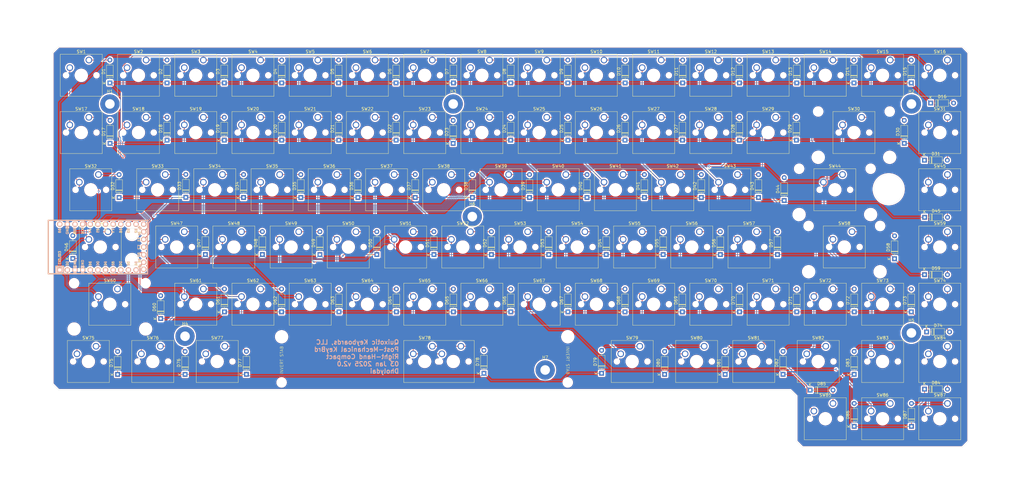
<source format=kicad_pcb>
(kicad_pcb (version 20240108) (generator "pcbnew") (generator_version "8.0")
  (title_block (title "Post-Mechanical Right Compact") (date "2025-01-10") (rev "2.0") (company "Quixotic Keyboards, LLC") (comment 2 "Final for the new tight case and future minimalist case"))
  (layers (0 "F.Cu" signal) (31 "B.Cu" signal) (34 "B.Paste" user) (35 "F.Paste" user) (36 "B.SilkS" user "B.Silkscreen") (37 "F.SilkS" user "F.Silkscreen") (38 "B.Mask" user) (39 "F.Mask" user) (44 "Edge.Cuts" user))
  (net 0 "")
  (net 1 "Net-(D1-A)")
  (net 2 "Row0")
  (net 3 "Net-(D17-A)")
  (net 4 "Row1")
  (net 5 "Net-(D18-A)")
  (net 6 "Net-(D19-A)")
  (net 7 "Net-(D20-A)")
  (net 8 "Net-(D21-A)")
  (net 9 "Net-(D22-A)")
  (net 10 "Net-(D23-A)")
  (net 11 "Row5")
  (net 12 "Net-(D24-A)")
  (net 13 "Net-(D25-A)")
  (net 14 "Net-(D26-A)")
  (net 15 "Net-(D27-A)")
  (net 16 "Net-(D28-A)")
  (net 17 "Net-(D29-A)")
  (net 18 "Net-(D30-A)")
  (net 19 "Net-(D31-A)")
  (net 20 "Net-(D32-A)")
  (net 21 "Net-(D33-A)")
  (net 22 "Row2")
  (net 23 "Net-(D34-A)")
  (net 24 "Net-(D35-A)")
  (net 25 "Net-(D36-A)")
  (net 26 "Net-(D37-A)")
  (net 27 "Net-(D38-A)")
  (net 28 "Net-(D39-A)")
  (net 29 "Net-(D40-A)")
  (net 30 "Net-(D41-A)")
  (net 31 "Net-(D42-A)")
  (net 32 "Net-(D43-A)")
  (net 33 "Net-(D51-A)")
  (net 34 "Row3")
  (net 35 "Net-(D52-A)")
  (net 36 "Net-(D53-A)")
  (net 37 "Net-(D54-A)")
  (net 38 "Net-(D55-A)")
  (net 39 "Net-(D56-A)")
  (net 40 "Row4")
  (net 41 "Net-(D75-A)")
  (net 42 "Net-(D76-A)")
  (net 43 "Net-(D77-A)")
  (net 44 "Net-(D78-A)")
  (net 45 "Net-(D79-A)")
  (net 46 "Net-(D80-A)")
  (net 47 "Net-(D81-A)")
  (net 48 "Net-(D82-A)")
  (net 49 "Net-(D83-A)")
  (net 50 "Net-(D84-A)")
  (net 51 "Net-(D85-A)")
  (net 52 "Net-(D86-A)")
  (net 53 "Net-(D87-A)")
  (net 54 "Col0")
  (net 55 "Col1")
  (net 56 "Col2")
  (net 57 "Col3")
  (net 58 "Col4")
  (net 59 "Col5")
  (net 60 "Col6")
  (net 61 "Col7")
  (net 62 "Col8")
  (net 63 "Col9")
  (net 64 "Col10")
  (net 65 "Col11")
  (net 66 "Col12")
  (net 67 "Col13")
  (net 68 "Col14")
  (net 69 "Col15")
  (net 70 "GND")
  (net 73 "+5V")
  (net 75 "Net-(D48-A)")
  (net 76 "Net-(D49-A)")
  (net 77 "Net-(D50-A)")
  (net 78 "Net-(D44-A)")
  (net 79 "Net-(D45-A)")
  (net 80 "Net-(D46-A)")
  (net 81 "Net-(D47-A)")
  (net 82 "Net-(D58-A)")
  (net 83 "Net-(D59-A)")
  (net 84 "Net-(D57-A)")
  (net 85 "Net-(D60-A)")
  (net 86 "Net-(D61-A)")
  (net 87 "Net-(D62-A)")
  (net 88 "Net-(D63-A)")
  (net 89 "Net-(D64-A)")
  (net 90 "Net-(D65-A)")
  (net 91 "Net-(D66-A)")
  (net 92 "Net-(D67-A)")
  (net 93 "Net-(D68-A)")
  (net 94 "Net-(D69-A)")
  (net 95 "Net-(D70-A)")
  (net 96 "Net-(D71-A)")
  (net 97 "Net-(D72-A)")
  (net 98 "Net-(D74-A)")
  (net 99 "Net-(D73-A)")
  (net 100 "Net-(D2-A)")
  (net 101 "Net-(D3-A)")
  (net 102 "Net-(D4-A)")
  (net 103 "Net-(D5-A)")
  (net 104 "Net-(D6-A)")
  (net 105 "Net-(D7-A)")
  (net 106 "Net-(D8-A)")
  (net 107 "Net-(D9-A)")
  (net 108 "Net-(D10-A)")
  (net 109 "Net-(D11-A)")
  (net 110 "Net-(D12-A)")
  (net 111 "Net-(D13-A)")
  (net 112 "Net-(D14-A)")
  (net 113 "Net-(D15-A)")
  (net 114 "Net-(D16-A)")
  (footprint "Button_Switch_Keyboard:SW_Cherry_MX_1.00u_PCB" (layer "F.Cu") (at 286.045 70.4975)
    (property "Reference" "SW12")
    (property "Value" "SW_Push")
  )
  (footprint "Diode_THT:D_DO-35_SOD27_P7.62mm_Horizontal" (layer "F.Cu") (at 204.1304 116.2333 90)
    (property "Reference" "D38")
    (property "Value" "1N4148")
  )
  (footprint "Diode_THT:D_DO-35_SOD27_P7.62mm_Horizontal" (layer "F.Cu") (at 350.2058 78.11 90)
    (property "Reference" "D15")
    (property "Value" "1N4148")
  )
  (footprint "Diode_THT:D_DO-35_SOD27_P7.62mm_Horizontal" (layer "F.Cu") (at 354.585 103.8275)
    (property "Reference" "D31")
    (property "Value" "1N4148")
  )
  (footprint "Button_Switch_Keyboard:SW_Cherry_MX_1.00u_PCB" (layer "F.Cu") (at 114.595 70.4975)
    (property "Reference" "SW3")
    (property "Value" "SW_Push")
  )
  (footprint "Button_Switch_Keyboard:SW_Cherry_MX_1.00u_PCB" (layer "F.Cu") (at 114.595 89.5475)
    (property "Reference" "SW19")
    (property "Value" "SW_Push")
  )
  (footprint "Button_Switch_Keyboard:SW_Cherry_MX_1.00u_PCB" (layer "F.Cu") (at 362.2525 184.7975)
    (property "Reference" "SW87")
    (property "Value" "SW_Push")
  )
  (footprint "Diode_THT:D_DO-35_SOD27_P7.62mm_Horizontal" (layer "F.Cu") (at 197.8058 78.11 90)
    (property "Reference" "D7")
    (property "Value" "1N4148")
  )
  (footprint "Button_Switch_Keyboard:SW_Cherry_MX_1.00u_PCB" (layer "F.Cu") (at 228.895 70.4975)
    (property "Reference" "SW9")
    (property "Value" "SW_Push")
  )
  (footprint "Button_Switch_Keyboard:SW_Cherry_MX_1.00u_PCB" (layer "F.Cu") (at 362.2525 165.7475)
    (property "Reference" "SW84")
    (property "Value" "SW_Push")
  )
  (footprint "Diode_THT:D_DO-35_SOD27_P7.62mm_Horizontal" (layer "F.Cu") (at 71.155 136.5575 90)
    (property "Reference" "D46")
    (property "Value" "1N4148")
  )
  (footprint "Button_Switch_Keyboard:SW_Cherry_MX_1.00u_PCB" (layer "F.Cu") (at 324.1525 184.7975)
    (property "Reference" "SW85")
    (property "Value" "SW_Push")
  )
  (footprint "Diode_THT:D_DO-35_SOD27_P7.62mm_Horizontal" (layer "F.Cu") (at 100.395 156.5375 90)
    (property "Reference" "D60")
    (property "Value" "1N4148")
  )
  (footprint "Diode_THT:D_DO-35_SOD27_P7.62mm_Horizontal" (layer "F.Cu") (at 247.154971 174.7375 90)
    (property "Reference" "D79")
    (property "Value" "1N4148")
  )
  (footprint "Diode_THT:D_DO-35_SOD27_P7.62mm_Horizontal" (layer "F.Cu") (at 280.3304 116.2333 90)
    (property "Reference" "D42")
    (property "Value" "1N4148")
  )
  (footprint "Dholydai_MX:SW_Cherry_MX_1.6666u_PCB" (layer "F.Cu") (at 82.845 127.6475)
    (property "Reference" "SW46")
    (property "Value" "SW_Push")
  )
  (footprint "Button_Switch_Keyboard:SW_Cherry_MX_1.00u_PCB" (layer "F.Cu") (at 343.2 146.6975)
    (property "Reference" "SW73")
    (property "Value" "SW_Push")
  )
  (footprint "Diode_THT:D_DO-35_SOD27_P7.62mm_Horizontal" (layer "F.Cu") (at 286.655 135.25 90)
    (property "Reference" "D56")
    (property "Value" "1N4148")
  )
  (footprint "Button_Switch_Keyboard:SW_Cherry_MX_1.00u_PCB" (layer "F.Cu") (at 305.095 70.4975)
    (property "Reference" "SW13")
    (property "Value" "SW_Push")
  )
  (footprint "Diode_THT:D_DO-35_SOD27_P7.62mm_Horizontal" (layer "F.Cu") (at 305.6796 135.25 90)
    (property "Reference" "D57")
    (property "Value" "1N4148")
  )
  (footprint "Diode_THT:D_DO-35_SOD27_P7.62mm_Horizontal" (layer "F.Cu") (at 350.273052 192.4 90)
    (property "Reference" "D87")
    (property "Value" "1N4148")
  )
  (footprint "Dholydai_MX:SW_Cherry_MX_2.6666u_PCB" (layer "F.Cu") (at 327.325 108.5975)
    (property "Reference" "SW44")
    (property "Value" "SW_Push")
  )
  (footprint "Diode_THT:D_DO-35_SOD27_P7.62mm_Horizontal" (layer "F.Cu") (at 223.155 116.2333 90)
    (property "Reference" "D39")
    (property "Value" "1N4148")
  )
  (footprint "Diode_THT:D_DO-35_SOD27_P7.62mm_Horizontal" (layer "F.Cu") (at 147.0312 116.2333 90)
    (property "Reference" "D35")
    (property "Value" "1N4148")
  )
  (footprint "Diode_THT:D_DO-35_SOD27_P7.62mm_Horizontal" (layer "F.Cu") (at 86.0712 175.1105 90)
    (property "Reference" "D75")
    (property "Value" "1N4148")
  )
  (footprint "Button_Switch_Keyboard:SW_Cherry_MX_1.00u_PCB" (layer "F.Cu") (at 362.245 108.5975)
    (property "Reference" "SW45")
    (property "Value" "SW_Push")
  )
  (footprint "Diode_THT:D_DO-35_SOD27_P7.62mm_Horizontal" (layer "F.Cu") (at 216.932 154.3079 90)
    (property "Reference" "D66")
    (property "Value" "1N4148")
  )
  (footprint "Diode_THT:D_DO-35_SOD27_P7.62mm_Horizontal" (layer "F.Cu") (at 83.5312 98.2 90)
    (property "Reference" "D17")
    (property "Value" "1N4148")
  )
  (footprint "Button_Switch_Keyboard:SW_Cherry_MX_1.00u_PCB" (layer "F.Cu") (at 152.695 89.5475)
    (property "Reference" "SW21")
    (property "Value" "SW_Push")
  )
  (footprint "Diode_THT:D_DO-35_SOD27_P7.62mm_Horizontal" (layer "F.Cu") (at 159.6296 78.11 90)
    (property "Reference" "D5")
    (property "Value" "1N4148")
  )
  (footprint "Button_Switch_Keyboard:SW_Cherry_MX_1.00u_PCB" (layer "F.Cu") (at 95.545 89.5475)
    (property "Reference" "SW18")
    (property "Value" "SW_Push")
  )
  (footprint "Button_Switch_Keyboard:SW_Cherry_MX_1.00u_PCB" (layer "F.Cu") (at 146.345 127.6475)
    (property "Reference" "SW49")
    (property "Value" "SW_Push")
  )
  (footprint "Button_Switch_Keyboard:SW_Cherry_MX_1.00u_PCB" (layer "F.Cu") (at 190.795 89.5475)
    (property "Reference" "SW23")
    (property "Value" "SW_Push")
  )
  (footprint "Diode_THT:D_DO-35_SOD27_P7.62mm_Horizontal" (layer "F.Cu") (at 293.005 97.158 90)
    (property "Reference" "D28")
    (property "Value" "1N4148")
  )
  (footprint "Diode_THT:D_DO-35_SOD27_P7.62mm_Horizontal" (layer "F.Cu") (at 347.875 98.2 90)
    (property "Reference" "D30")
    (property "Value" "1N4148")
  )
  (footprint "Button_Switch_Keyboard:SW_Cherry_MX_1.00u_PCB" (layer "F.Cu") (at 184.445 127.6475)
    (property "Reference" "SW51")
    (property "Value" "SW_Push")
  )
  (footprint "Diode_THT:D_DO-35_SOD27_P7.62mm_Horizontal" (layer "F.Cu") (at 153.3812 135.25 90)
    (property "Reference" "D49")
    (property "Value" "1N4148")
  )
  (footprint "Button_Switch_Keyboard:SW_Cherry_MX_1.00u_PCB" (layer "F.Cu") (at 228.9 146.6975)
    (property "Reference" "SW67")
    (property "Value" "SW_Push")
  )
  (footprint "Button_Switch_Keyboard:SW_Cherry_MX_1.00u_PCB" (layer "F.Cu") (at 305.1 146.6875)
    (property "Reference" "SW71")
    (property "Value" "SW_Push")
  )
  (footprint "Button_Switch_Keyboard:SW_Cherry_MX_1.00u_PCB" (layer "F.Cu") (at 273.3475 108.60125)
    (property "Reference" "SW42")
    (property "Value" "SW_Push")
  )
  (footprint "Diode_THT:D_DO-35_SOD27_P7.62mm_Horizontal" (layer "F.Cu") (at 299.355 116.2333 90)
    (property "Reference" "D43")
    (property "Value" "1N4148")
  )
  (footprint "Diode_THT:D_DO-35_SOD27_P7.62mm_Horizontal" (layer "F.Cu") (at 331.213356 192.4 90)
    (property "Reference" "D86")
    (property "Value" "1N4148")
  )
  (footprint "Button_Switch_Keyboard:SW_Cherry_MX_1.00u_PCB" (layer "F.Cu") (at 292.3975 108.60125)
    (property "Reference" "SW43")
    (property "Value" "SW_Push")
  )
  (footprint "Button_Switch_Keyboard:SW_Cherry_MX_1.00u_PCB" (layer "F.Cu") (at 152.695 70.4975)
    (property "Reference" "SW5")
    (property "Value" "SW_Push")
  )
  (footprint "Button_Switch_Keyboard:SW_Cherry_MX_1.00u_PCB" (layer "F.Cu") (at 114.6 146.6975)
    (property "Reference" "SW61")
    (property "Value" "SW_Push")
  )
  (footprint "Diode_THT:D_DO-35_SOD27_P7.62mm_Horizontal" (layer "F.Cu") (at 331.205 175.085 90)
    (property "Reference" "D83")
    (property "Value" "1N4148")
  )
  (footprint "Diode_THT:D_DO-35_SOD27_P7.62mm_Horizontal" (layer "F.Cu") (at 354.625 141.93625)
    (property "Reference" "D59")
    (property "Value" "1N4148")
  )
  (footprint "Diode_THT:D_DO-35_SOD27_P7.62mm_Horizontal" (layer "F.Cu") (at 197.735 98.2275 90)
    (property "Reference" "D23")
    (property "Value" "1N4148")
  )
  (footprint "Diode_THT:D_DO-35_SOD27_P7.62mm_Horizontal" (layer "F.Cu") (at 121.6058 154.3079 90)
    (property "Reference" "D61")
    (property "Value" "1N4148")
  )
  (footprint "Dholydai_MX:SW_Ch_Inv_MX_6.00u_PCB_Stagger" (layer "F.Cu") (at 190.8025 165.7475)
    (property "Reference" "SW78")
    (property "Value" "SW_Push")
  )
  (footprint "Button_Switch_Keyboard:SW_Cherry_MX_1.00u_PCB" (layer "F.Cu") (at 241.595 127.6475)
    (property "Reference" "SW54")
    (property "Value" "SW_Push")
  )
  (footprint "Button_Switch_Keyboard:SW_Cherry_MX_1.00u_PCB" (layer "F.Cu") (at 254.2975 108.60125)
    (property "Reference" "SW41")
    (property "Value" "SW_Push")
  )
  (footprint "Diode_THT:D_DO-35_SOD27_P7.62mm_Horizontal" (layer "F.Cu") (at 293.0558 154.3079 90)
    (property "Reference" "D70")
    (property "Value" "1N4148")
  )
  (footprint "Button_Switch_Keyboard:SW_Cherry_MX_1.00u_PCB" (layer "F.Cu") (at 101.905 108.5975)
    (property "Reference" "SW33")
    (property "Value" "SW_Push")
  )
  (footprint "Button_Switch_Keyboard:SW_Cherry_MX_1.00u_PCB" (layer "F.Cu") (at 171.75 146.6975)
    (property "Reference" "SW64")
    (property "Value" "SW_Push")
  )
  (footprint "Button_Switch_Keyboard:SW_Cherry_MX_1.00u_PCB" (layer "F.Cu") (at 190.8 146.6975)
    (property "Reference" "SW65")
    (property "Value" "SW_Push")
  )
  (footprint "Diode_THT:D_DO-35_SOD27_P7.62mm_Horizontal" (layer "F.Cu") (at 172.3296 135.25 90)
    (property "Reference" "D50")
    (property "Value" "1N4148")
  )
  (footprint "Diode_THT:D_DO-35_SOD27_P7.62mm_Horizontal" (layer "F.Cu") (at 216.8812 97.158 90)
    (property "Reference" "D24")
    (property "Value" "1N4148")
  )
  (footprint "Diode_THT:D_DO-35_SOD27_P7.62mm_Horizontal" (layer "F.Cu") (at 254.9812 78.11 90)
    (property "Reference" "D10")
    (property "Value" "1N4148")
  )
  (footprint "Button_Switch_Keyboard:SW_Cherry_MX_1.00u_PCB" (layer "F.Cu") (at 209.845 70.4975)
    (property "Reference" "SW8")
    (property "Value" "SW_Push")
  )
  (footprint "Diode_THT:D_DO-35_SOD27_P7.62mm_Horizontal" (layer "F.Cu") (at 274.1328 78.11 90)
    (property "Reference" "D11")
    (property "Value" "1N4148")
  )
  (footprint "Button_Switch_Keyboard:SW_Cherry_MX_1.00u_PCB" (layer "F.Cu") (at 133.645 89.5475)
    (property "Reference" "SW20")
    (property "Value" "SW_Push")
  )
  (footprint "Button_Switch_Keyboard:SW_Cherry_MX_1.00u_PCB" (layer "F.Cu") (at 343.2025 165.7475)
    (property "Reference" "SW83")
    (property "Value" "SW_Push")
  )
  (footprint "Button_Switch_Keyboard:SW_Cherry_MX_1.00u_PCB" (layer "F.Cu") (at 266.995 89.5475)
    (property "Reference" "SW27")
    (property "Value" "SW_Push")
  )
  (footprint "Button_Switch_Keyboard:SW_Cherry_MX_1.00u_PCB" (layer "F.Cu") (at 222.545 127.6475)
    (property "Reference" "SW53")
    (property "Value" "SW_Push")
  )
  (footprint "Diode_THT:D_DO-35_SOD27_P7.62mm_Horizontal" (layer "F.Cu") (at 140.6812 78.11 90)
    (property "Reference" "D4")
    (property "Value" "1N4148")
  )
  (footprint "Diode_THT:D_DO-35_SOD27_P7.62mm_Horizontal" (layer "F.Cu") (at 248.682 135.25 90)
    (property "Reference" "D54")
    (property "Value" "1N4148")
  )
  (footprint "Button_Switch_Keyboard:SW_Cherry_MX_1.00u_PCB" (layer "F.Cu") (at 260.645 127.6475)
    (property "Reference" "SW55")
    (property "Value" "SW_Push")
  )
  (footprint "Diode_THT:D_DO-35_SOD27_P7.62mm_Horizontal" (layer "F.Cu") (at 274.0566 97.158 90)
    (property "Reference" "D27")
    (property "Value" "1N4148")
  )
  (footprint "Button_Switch_Keyboard:SW_Cherry_MX_1.00u_PCB" (layer "F.Cu") (at 108.245 127.6475)
    (property "Reference" "SW47")
    (property "Value" "SW_Push")
  )
  (footprint "MountingHole:MountingHole_3.2mm_M3_Pad" (layer "F.Cu") (at 197.755 85.1175)
    (property "Reference" "H3")
    (property "Value" "Hole")
  )
  (footprint "MountingHole:MountingHole_3.2mm_M3_Pad" (layer "F.Cu") (at 350.2566 161.3183)
    (property "Reference" "H5")
    (property "Value" "Hole")
  )
  (footprint "Diode_THT:D_DO-35_SOD27_P7.62mm_Horizontal" (layer "F.Cu") (at 274.0058 154.3079 90)
    (property "Reference" "D69")
    (property "Value" "1N4148")
  )
  (footprint "Diode_THT:D_DO-35_SOD27_P7.62mm_Horizontal" (layer "F.Cu") (at 178.832 154.3079 90)
    (property "Reference" "D64")
    (property "Value" "1N4148")
  )
  (footprint "Diode_THT:D_DO-35_SOD27_P7.62mm_Horizontal" (layer "F.Cu") (at 354.665 122.8375)
    (property "Reference" "D45")
    (property "Value" "1N4148")
  )
  (footprint "Diode_THT:D_DO-35_SOD27_P7.62mm_Horizontal" (layer "F.Cu") (at 140.6812 97.158 90)
    (property "Reference" "D20")
    (property "Value" "1N4148")
  )
  (footprint "Diode_THT:D_DO-35_SOD27_P7.62mm_Horizontal" (layer "F.Cu") (at 121.555 78.11 90)
    (property "Reference" "D3")
    (property "Value" "1N4148")
  )
  (footprint "Button_Switch_Keyboard:SW_Cherry_MX_1.00u_PCB" (layer "F.Cu") (at 209.845 89.5475)
    (property "Reference" "SW24")
    (property "Value" "SW_Push")
  )
  (footprint "Button_Switch_Keyboard:SW_Cherry_MX_1.00u_PCB" (layer "F.Cu") (at 281.29 165.7475)
    (property "Reference" "SW80")
    (property "Value" "SW_Push")
  )
  (footprint "Diode_THT:D_DO-35_SOD27_P7.62mm_Horizontal" (layer "F.Cu") (at 191.3288 135.25 90)
    (property "Reference" "D51")
    (property "Value" "1N4148")
  )
  (footprint "Button_Switch_Keyboard:SW_Cherry_MX_1.00u_PCB" (layer "F.Cu") (at 171.745 89.5475)
    (property "Reference" "SW22")
    (property "Value" "SW_Push")
  )
  (footprint "Diode_THT:D_DO-35_SOD27_P7.62mm_Horizontal" (layer "F.Cu") (at 268.131914 175.1 90)
    (property "Reference" "D80")
    (property "Value" "1N4148")
  )
  (footprint "Diode_THT:D_DO-35_SOD27_P7.62mm_Horizontal" (layer "F.Cu") (at 216.9066 78.11 90)
    (property "Reference" "D8")
    (property "Value" "1N4148")
  )
  (footprint "Diode_THT:D_DO-35_SOD27_P7.62mm_Horizontal" (layer "F.Cu") (at 311.9534 97.158 90)
    (property "Reference" "D29")
    (property "Value" "1N4148")
  )
  (footprint "Diode_THT:D_DO-35_SOD27_P7.62mm_Horizontal" (layer "F.Cu") (at 159.6804 97.158 90)
    (property "Reference" "D21")
    (property "Value" "1N4148")
  )
  (footprint "Diode_THT:D_DO-35_SOD27_P7.62mm_Horizontal" (layer "F.Cu") (at 254.9304 154.3079 90)
    (property "Reference" "D68")
    (property "Value" "1N4148")
  )
  (footprint "Button_Switch_Keyboard:SW_Cherry_MX_1.00u_PCB" (layer "F.Cu") (at 267 146.6975)
    (property "Reference" "SW69")
    (property "Value" "SW_Push")
  )
  (footprint "Diode_THT:D_DO-35_SOD27_P7.62mm_Horizontal" (layer "F.Cu") (at 312.1058 154.3079 90)
    (property "Reference" "D71")
    (property "Value" "1N4148")
  )
  (footprint "Diode_THT:D_DO-35_SOD27_P7.62mm_Horizontal" (layer "F.Cu") (at 344.655 136.6375 90)
    (property "Reference" "D58")
    (property "Value" "1N4148")
  )
  (footprint "Button_Switch_Keyboard:SW_Cherry_MX_1.00u_PCB" (layer "F.Cu") (at 235.2475 108.60125)
    (property "Reference" "SW40")
    (property "Value" "SW_Push")
  )
  (footprint "Diode_THT:D_DO-35_SOD27_P7.62mm_Horizontal" (layer "F.Cu") (at 235.9058 78.11 90)
    (property "Reference" "D9")
    (property "Value" "1N4148")
  )
  (footprint "Diode_THT:D_DO-35_SOD27_P7.62mm_Horizontal" (layer "F.Cu") (at 207.985 174.7375 90)
    (property "Reference" "D78")
    (property "Value" "1N4148")
  )
  (footprint "Diode_THT:D_DO-35_SOD27_P7.62mm_Horizontal" (layer "F.Cu") (at 86.555 116.2475 90)
    (property "Reference" "D32")
    (property "Value" "1N4148")
  )
  (footprint "Button_Switch_Keyboard:SW_Cherry_MX_1.25u_PCB" (layer "F.Cu") (at 78.88 165.7475)
    (property "Reference" "SW75")
    (property "Value" "SW_Push")
  )
  (footprint "Button_Switch_Keyboard:SW_Cherry_MX_1.00u_PCB" (layer "F.Cu") (at 133.645 70.4975)
    (property "Reference" "SW4")
    (property "Value" "SW_Push")
  )
  (footprint "Diode_THT:D_DO-35_SOD27_P7.62mm_Horizontal" (layer "F.Cu") (at 185.1058 116.2333 90)
    (property "Reference" "D37")
    (property "Value" "1N4148")
  )
  (footprint "Button_Switch_Keyboard:SW_Cherry_MX_1.00u_PCB" (layer "F.Cu") (at 228.895 89.5475)
    (property "Reference" "SW25")
    (property "Value" "SW_Push")
  )
  (footprint "Button_Switch_Keyboard:SW_Cherry_MX_1.00u_PCB" (layer "F.Cu") (at 165.395 127.6475)
    (property "Reference" "SW50")
    (property "Value" "SW_Push")
  )
  (footprint "Diode_THT:D_DO-35_SOD27_P7.62mm_Horizontal" (layer "F.Cu") (at 197.8058 154.3079 90)
    (property "Reference" "D65")
    (property "Value" "1N4148")
  )
  (footprint "Button_Switch_Keyboard:SW_Cherry_MX_1.00u_PCB" (layer "F.Cu") (at 133.65 146.6975)
    (property "Reference" "SW62")
    (property "Value" "SW_Push")
  )
  (footprint "Diode_THT:D_DO-35_SOD27_P7.62mm_Horizontal" (layer "F.Cu") (at 102.505 97.158 90)
    (property "Reference" "D18")
    (property "Value" "1N4148")
  )
  (footprint "Diode_THT:D_DO-35_SOD27_P7.62mm_Horizontal" (layer "F.Cu") (at 331.135 78.11 90)
    (property "Reference" "D14")
    (property "Value" "1N4148")
  )
  (footprint "Button_Switch_Keyboard:SW_Cherry_MX_1.00u_PCB" (layer "F.Cu") (at 190.795 70.4975)
    (property "Reference" "SW7")
    (property "Value" "SW_Push")
  )
  (footprint "MountingHole:MountingHole_3.2mm_M3_Pad" (layer "F.Cu") (at 83.4804 85.12)
    (property "Reference" "H1")
    (property "Value" "Hole")
  )
  (footprint "Diode_THT:D_DO-35_SOD27_P7.62mm_Horizontal" (layer "F.Cu") (at 261.382 116.2333 90)
    (property "Reference" "D41")
    (property "Value" "1N4148")
  )
  (footprint "Button_Switch_Keyboard:SW_Cherry_MX_1.00u_PCB" (layer "F.Cu") (at 362.25 146.6975)
    (property "Reference" "SW74")
    (property "Value" "SW_Push")
  )
  (footprint "Button_Switch_Keyboard:SW_Cherry_MX_1.00u_PCB" (layer "F.Cu") (at 247.945 89.5475)
    (property "Reference" "SW26")
    (property "Value" "SW_Push")
  )
  (footprint "Diode_THT:D_DO-35_SOD27_P7.62mm_Horizontal" (layer "F.Cu") (at 312.1058 78.11 90)
    (property "Reference" "D13")
    (property "Value" "1N4148")
  )
  (footprint "Button_Switch_Keyboard:SW_Cherry_MX_1.00u_PCB" (layer "F.Cu") (at 76.495 70.4975)
    (property "Reference" "SW1")
    (property "Value" "SW_Push")
  )
  (footprint "Dholydai_MX:SW_Cherry_MX_1.3333u_PCB" (layer "F.Cu") (at 79.67 108.5975)
    (property "Reference" "SW32")
    (property "Value" "SW_Push")
  )
  (footprint "Button_Switch_Keyboard:SW_Cherry_MX_2.00u_PCB" (layer "F.Cu") (at 333.675 89.5475)
    (property "Reference" "SW30")
    (property "Value" "SW_Push")
  )
  (footprint "Diode_THT:D_DO-35_SOD27_P7.62mm_Horizontal" (layer "F.Cu") (at 355.3366 160.9881)
    (property "Reference" "D74")
    (property "Value" "1N4148")
  )
  (footprint "Diode_THT:D_DO-35_SOD27_P7.62mm_Horizontal" (layer "F.Cu") (at 166.0304 116.2333 90)
    (property "Reference" "D36")
    (property "Value" "1N4148")
  )
  (footprint "Diode_THT:D_DO-35_SOD27_P7.62mm_Horizontal" (layer "F.Cu") (at 356.6828 84.8135)
    (property "Reference" "D16")
    (property "Value" "1N4148")
  )
  (footprint "Button_Switch_Keyboard:SW_Cherry_MX_1.00u_PCB" (layer "F.Cu") (at 171.745 70.4975)
    (property "Reference" "SW6")
    (property "Value" "SW_Push")
  )
  (footprint "Dholydai_MX:SW_Cherry_MX_2.3333u_PCB" (layer "F.Cu") (at 330.485 127.63)
    (property "Reference" "SW58")
    (property "Value" "SW_Push")
  )
  (footprint "Button_Switch_Keyboard:SW_Cherry_MX_1.00u_PCB" (layer "F.Cu") (at 362.245 127.64875)
    (property "Reference" "SW59")
    (property "Value" "SW_Push")
  )
  (footprint "Button_Switch_Keyboard:SW_Cherry_MX_1.00u_PCB" (layer "F.Cu") (at 298.745 127.6475)
    (property "Reference" "SW57")
    (property "Value" "SW_Push")
  )
  (footprint "Button_Switch_Keyboard:SW_Cherry_MX_1.00u_PCB" (layer "F.Cu") (at 324.15 146.6875)
    (property "Reference" "SW72")
    (property "Value" "SW_Push")
  )
  (footprint "Diode_THT:D_DO-35_SOD27_P7.62mm_Horizontal" (layer "F.Cu") (at 83.4804 78.11 90)
    (property "Reference" "D1")
    (property "Value" "1N4148")
  )
  (footprint "MountingHole:MountingHole_3.2mm_M3_Pad" (layer "F.Cu") (at 350.2566 85.12)
    (property "Reference" "H2")
    (property "Value" "Hole")
  )
  (footprint "Diode_THT:D_DO-35_SOD27_P7.62mm_Horizontal" (layer "F.Cu") (at 331.232 154.3079 90)
    (property "Reference" "D72")
    (property "Value" "1N4148")
  )
  (footprint "Button_Switch_Keyboard:SW_Cherry_MX_2.00u_PCB" (layer "F.Cu") (at 86.025 146.6975)
    (property "Reference" "SW60")
    (property "Value" "SW_Push")
  )
  (footprint "Button_Switch_Keyboard:SW_Cherry_MX_1.00u_PCB" (layer "F.Cu") (at 120.95 108.6025)
    (property "Reference" "SW34")
    (property "Value" "SW_Push")
  )
  (footprint "Button_Switch_Keyboard:SW_Cherry_MX_1.00u_PCB" (layer "F.Cu") (at 152.7 146.6975)
    (property "Reference" "SW63")
    (property "Value" "SW_Push")
  )
  (footprint "Diode_THT:D_DO-35_SOD27_P7.62mm_Horizontal" (layer "F.Cu") (at 293.005 78.11 90)
    (property "Reference" "D12")
    (property "Value" "1N4148")
  )
  (footprint "Diode_THT:D_DO-35_SOD27_P7.62mm_Horizontal" (layer "F.Cu") (at 288.263012 175.1 90)
    (property "Reference" "D81")
    (property "Value" "1N4148")
  )
  (footprint "Button_Switch_Keyboard:SW_Cherry_MX_1.00u_PCB" (layer "F.Cu") (at 197.15 108.6025)
    (property "Reference" "SW38")
    (property "Value" "SW_Push")
  )
  (footprint "Diode_THT:D_DO-35_SOD27_P7.62mm_Horizontal" (layer "F.Cu") (at 140.6304 154.3079 90)
    (property "Reference" "D62")
    (property "Value" "1N4148")
  )
  (footprint "Diode_THT:D_DO-35_SOD27_P7.62mm_Horizontal" (layer "F.Cu") (at 127.9812 116.2333 90)
    (property "Reference" "D34")
    (property "Value" "1N4148")
  )
  (footprint "Diode_THT:D_DO-35_SOD27_P7.62mm_Horizontal" (layer "F.Cu") (at 108.5248 175.1105 90)
    (property "Reference" "D76")
    (property "Value" "1N4148")
  )
  (footprint "Diode_THT:D_DO-35_SOD27_P7.62mm_Horizontal" (layer "F.Cu") (at 178.7558 97.158 90)
    (property "Reference" "D22")
    (property "Value" "1N4148")
  )
  (footprint "Button_Switch_Keyboard:SW_Cherry_MX_1.00u_PCB" (layer "F.Cu") (at 100.31125 165.7475)
    (property "Reference" "SW76")
    (property "Value" "SW_Push")
  )
  (footprint "Button_Switch_Keyboard:SW_Cherry_MX_1.00u_PCB" (layer "F.Cu") (at 203.495 127.6475)
    (property "Reference" "SW52")
    (property "Value" "SW_Push")
  )
  (footprint "Diode_THT:D_DO-35_SOD27_P7.62mm_Horizontal" (layer "F.Cu") (at 121.555 97.158 90)
    (property "Reference" "D19")
    (property "Value" "1N4148")
  )
  (footprint "Button_Switch_Keyboard:SW_Cherry_MX_1.00u_PCB" (layer "F.Cu") (at 300.34 165.7475)
    (property "Reference" "SW81")
    (property "Value" "SW_Push")
  )
  (footprint "MountingHole:MountingHole_3.2mm_M3_Pad" (layer "F.Cu") (at 108.4994 162.436)
    (property "Reference" "H4")
    (property "Value" "Hole")
  )
  (footprint "Diode_THT:D_DO-35_SOD27_P7.62mm_Horizontal" (layer "F.Cu") (at 134.2296 135.21 90)
    (property "Reference" "D48")
    (property "Value" "1N4148")
  )
  (footprint "Button_Switch_Keyboard:SW_Cherry_MX_1.00u_PCB" (layer "F.Cu") (at 362.245 70.4975)
    (property "Reference" "SW16")
    (property "Value" "SW_Push")
  )
  (footprint "Button_Switch_Keyboard:SW_Cherry_MX_1.00u_PCB" (layer "F.Cu") (at 266.995 70.4975)
    (property "Reference" "SW11")
    (property "Value" "SW_Push")
  )
  (footprint "Button_Switch_Keyboard:SW_Cherry_MX_1.00u_PCB" (layer "F.Cu") (at 362.25 89.5475)
    (property "Reference" "SW31")
    (property "Value" "SW_Push")
  )
  (footprint "Button_Switch_Keyboard:SW_Cherry_MX_1.00u_PCB" (layer "F.Cu") (at 209.85 146.6975)
    (property "Reference" "SW66")
    (property "Value" "SW_Push")
  )
  (footprint "Diode_THT:D_DO-35_SOD27_P7.62mm_Horizontal" (layer "F.Cu") (at 210.455 135.25 90)
    (property "Reference" "D52")
    (property "Value" "1N4148")
  )
  (footprint "Button_Switch_Keyboard:SW_Cherry_MX_1.00u_PCB" (layer "F.Cu") (at 247.95 146.6975)
    (property "Reference" "SW68")
    (property "Value" "SW_Push")
  )
  (footprint "Button_Switch_Keyboard:SW_Cherry_MX_1.00u_PCB" (layer "F.Cu") (at 286.05 146.6875)
    (property "Reference" "SW70")
    (property "Value" "SW_Push")
  )
  (footprint "Button_Switch_Keyboard:SW_Cherry_MX_1.25u_PCB" (layer "F.Cu") (at 321.77125 165.7475)
    (property "Reference" "SW82")
    (property "Value" "SW_Push")
  )
  (footprint "Diode_THT:D_DO-35_SOD27_P7.62mm_Horizontal" (layer "F.Cu") (at 307.5338 175.085 90)
    (property "Reference" "D82")
    (property "Value" "1N4148")
  )
  (footprint "Button_Switch_Keyboard:SW_Cherry_MX_1.00u_PCB" (layer "F.Cu") (at 279.695 127.6475)
    (property "Reference" "SW56")
    (property "Value" "SW_Push")
  )
  (footprint "Button_Switch_Keyboard:SW_Cherry_MX_1.00u_PCB" (layer "F.Cu") (at 343.2025 184.7975)
    (property "Reference" "SW86")
    (property "Value" "SW_Push")
  )
  (footprint "Diode_THT:D_DO-35_SOD27_P7.62mm_Horizontal" (layer "F.Cu") (at 235.9312 97.158 90)
    (property "Reference" "D25")
    (property "Value" "1N4148")
  )
  (footprint "Button_Switch_Keyboard:SW_Cherry_MX_1.00u_PCB" (layer "F.Cu") (at 305.095 89.5475)
    (property "Reference" "SW29")
    (property "Value" "SW_Push")
  )
  (footprint "Diode_THT:D_DO-35_SOD27_P7.62mm_Horizontal" (layer "F.Cu") (at 115.2558 135.21 90)
    (property "Reference" "D47")
    (property "Value" "1N4148")
  )
  (footprint "Button_Switch_Keyboard:SW_Cherry_MX_1.00u_PCB" (layer "F.Cu") (at 159.05 108.6025)
    (property "Reference" "SW36")
    (property "Value" "SW_Push")
  )
  (footprint "Button_Switch_Keyboard:SW_Cherry_MX_1.00u_PCB" (layer "F.Cu") (at 178.1 108.6025)
    (property "Reference" "SW37")
    (property "Value" "SW_Push")
  )
  (footprint "Diode_THT:D_DO-35_SOD27_P7.62mm_Horizontal" (layer "F.Cu") (at 229.5558 135.25 90)
    (property "Reference" "D53")
    (property "Value" "1N4148")
  )
  (footprint "Button_Switch_Keyboard:SW_Cherry_MX_1.25u_PCB" (layer "F.Cu") (at 121.745 165.7475)
    (property "Reference" "SW77")
    (property "Value" "SW_Push")
  )
  (footprint "Button_Switch_Keyboard:SW_Cherry_MX_1.00u_PCB" (layer "F.Cu") (at 76.495 89.5475)
    (property "Reference" "SW17")
    (property "Value" "SW_Push")
  )
  (footprint "Keebio-Parts:Elite-C" (layer "F.Cu") (at 80.765 132.7475)
    (property "Reference" "U1" (hide yes))
    (property "Value" "Elite-C" (hide yes))
  )
  (footprint "Button_Switch_Keyboard:SW_Cherry_MX_1.00u_PCB" (layer "F.Cu") (at 216.19875 108.60125)
    (property "Reference" "SW39")
    (property "Value" "SW_Push")
  )
  (footprint "Button_Switch_Keyboard:SW_Cherry_MX_1.00u_PCB" (layer "F.Cu") (at 247.945 70.4975)
    (property "Reference" "SW10")
    (property "Value" "SW_Push")
  )
  (footprint "Diode_THT:D_DO-35_SOD27_P7.62mm_Horizontal" (layer "F.Cu") (at 178.7304 78.11 90)
    (property "Reference" "D6")
    (property "Value" "1N4148")
  )
  (footprint "Button_Switch_Keyboard:SW_Cherry_MX_1.00u_PCB" (layer "F.Cu") (at 127.295 127.6475)
    (property "Reference" "SW48")
    (property "Value" "SW_Push")
  )
  (footprint "Button_Switch_Keyboard:SW_Cherry_MX_1.00u_PCB" (layer "F.Cu") (at 343.195 70.4975)
    (property "Reference" "SW15")
    (property "Value" "SW_Push")
  )
  (footprint "Button_Switch_Keyboard:SW_Cherry_MX_1.00u_PCB" (layer "F.Cu") (at 324.145 70.4975)
    (property "Reference" "SW14")
    (property "Value" "SW_Push")
  )
  (footprint "Diode_THT:D_DO-35_SOD27_P7.62mm_Horizontal" (layer "F.Cu") (at 254.9304 97.158 90)
    (property "Reference" "D26")
    (property "Value" "1N4148")
  )
  (footprint "Button_Switch_Keyboard:SW_Cherry_MX_1.25u_PCB" (layer "F.Cu") (at 259.85875 165.7475)
    (property "Reference" "SW79")
    (property "Value" "SW_Push")
  )
  (footprint "Button_Switch_Keyboard:SW_Cherry_MX_1.00u_PCB" (layer "F.Cu") (at 140 108.6025)
    (property "Reference" "SW35")
    (property "Value" "SW_Push")
  )
  (footprint "Button_Switch_Keyboard:SW_Cherry_MX_1.00u_PCB" (layer "F.Cu") (at 286.045 89.5475)
    (property "Reference" "SW28")
    (property "Value" "SW_Push")
  )
  (footprint "Diode_THT:D_DO-35_SOD27_P7.62mm_Horizontal" (layer "F.Cu") (at 307.915 117.2475 90)
    (property "Reference" "D44")
    (property "Value" "1N4148")
  )
  (footprint "MountingHole:MountingHole_3.2mm_M3_Pad" (layer "F.Cu") (at 228.365 173.6575)
    (property "Reference" "H7")
    (property "Value" "Hole")
  )
  (footprint "Button_Switch_Keyboard:SW_Cherry_MX_1.00u_PCB" (layer "F.Cu") (at 95.545 70.4975)
    (property "Reference" "SW2")
    (property "Value" "SW_Push")
  )
  (footprint "Diode_THT:D_DO-35_SOD27_P7.62mm_Horizontal" (layer "F.Cu") (at 354.6325 180.035)
    (property "Reference" "D84")
    (property "Value" "1N4148")
  )
  (footprint "Diode_THT:D_DO-35_SOD27_P7.62mm_Horizontal" (layer "F.Cu") (at 267.6304 135.25 90)
    (property "Reference" "D55")
    (property "Value" "1N4148")
  )
  (footprint "Diode_THT:D_DO-35_SOD27_P7.62mm_Horizontal" (layer "F.Cu") (at 235.9312 154.3079 90)
    (property "Reference" "D67")
    (property "Value" "1N4148")
  )
  (footprint "Diode_THT:D_DO-35_SOD27_P7.62mm_Horizontal" (layer "F.Cu") (at 350.2058 154.3079 90)
    (property "Reference" "D73")
    (property "Value" "1N4148")
  )
  (footprint "Diode_THT:D_DO-35_SOD27_P7.62mm_Horizontal" (layer "F.Cu") (at 102.505 78.11 90)
    (property "Reference" "D2")
    (property "Value" "1N4148")
  )
  (footprint "Diode_THT:D_DO-35_SOD27_P7.62mm_Horizontal" (layer "F.Cu") (at 316.545001 180.3575)
    (property "Reference" "D85")
    (property "Value" "1N4148")
  )
  (footprint "Diode_THT:D_DO-35_SOD27_P7.62mm_Horizontal" (layer "F.Cu") (at 108.765 116.1775 90)
    (property "Reference" "D33")
    (property "Value" "1N4148")
  )
  (footprint "Diode_THT:D_DO-35_SOD27_P7.62mm_Horizontal" (layer "F.Cu") (at 159.7312 154.3079 90)
    (property "Reference" "D63")
    (property "Value" "1N4148")
  )
  (footprint "Diode_THT:D_DO-35_SOD27_P7.62mm_Horizontal" (layer "F.Cu") (at 242.2812 116.2333 90)
    (property "Reference" "D40")
    (property "Value" "1N4148")
  )
  (footprint "MountingHole:MountingHole_3.2mm_M3_Pad" (layer "F.Cu") (at 204.105 122.6087)
    (property "Reference" "H6")
    (property "Value" "Hole")
  )
  (footprint "Diode_THT:D_DO-35_SOD27_P7.62mm_Horizontal" (layer "F.Cu") (at 128.921 175.0851 90)
    (property "Reference" "D77")
    (property "Value" "1N4148")
  )
  (gr_line (start 310 180.35) (end 312 182.3) (stroke (width 0.05)) (layer "Edge.Cuts"))
  (gr_line (start 369.225 68.0175) (end 367.255 66.0175) (stroke (width 0.05)) (layer "Edge.Cuts"))
  (gr_line (start 312 197.4) (end 314 199.4) (stroke (width 0.05)) (layer "Edge.Cuts"))
  (gr_line (start 312 182.3) (end 312 197.4) (stroke (width 0.05)) (layer "Edge.Cuts"))
  (gr_line (start 66.405001 180.35) (end 310 180.35) (stroke (width 0.05)) (layer "Edge.Cuts"))
  (gr_circle (center 90.9 128.4) (end 92.9 128.4) (stroke (width 0.05)) (fill none) (layer "Edge.Cuts"))
  (gr_line (start 64.405 68.0175) (end 64.405 178.3) (stroke (width 0.05)) (layer "Edge.Cuts"))
  (gr_line (start 64.405 68.0175) (end 66.43 66.0175) (stroke (width 0.05)) (layer "Edge.Cuts"))
  (gr_line (start 367.225 199.4) (end 314 199.4) (stroke (width 0.05)) (layer "Edge.Cuts"))
  (gr_line (start 369.225 197.4) (end 369.225 68.0175) (stroke (width 0.05)) (layer "Edge.Cuts"))
  (gr_line (start 369.225 197.4) (end 367.225 199.4) (stroke (width 0.05)) (layer "Edge.Cuts"))
  (gr_circle (center 90.9 137.05) (end 92.9 137.05) (stroke (width 0.05)) (fill none) (layer "Edge.Cuts"))
  (gr_line (start 66.43 66.0175) (end 367.255 66.0175) (stroke (width 0.05)) (layer "Edge.Cuts"))
  (gr_circle (center 342.7 113.5) (end 347.7 113.5) (stroke (width 0.05)) (fill none) (layer "Edge.Cuts"))
  (gr_line (start 64.405 178.3) (end 66.405001 180.35) (stroke (width 0.05)) (layer "Edge.Cuts"))
  (gr_text "Quixotic Keyboards, LLC\nPost-Mechanical KeyBrd\nRight-Hand Compact\n03 Jan 2025 v2.0\nDholydai\n" (at 179.848 174.9327 0) (layer "B.SilkS") (effects (font (size 1.5 1.5) (thickness 0.3) (bold yes)) (justify left bottom mirror)))
  (segment (start 76.495 70.4975) (end 83.4729 70.4975) (width 0.2) (layer "F.Cu") (net 1))
  (segment (start 83.4729 70.4975) (end 83.4804 70.49) (width 0.2) (layer "F.Cu") (net 1))
  (segment (start 96.132396 126.270104) (end 96.132396 123.776277) (width 0.2) (layer "F.Cu") (net 2))
  (segment (start 96.132396 123.776277) (end 92.002174 119.646055) (width 0.2) (layer "F.Cu") (net 2))
  (segment (start 87.5508 105.550264) (end 87.5508 103.016629) (width 0.2) (layer "F.Cu") (net 2))
  (segment (start 92.002174 119.646055) (end 92.002174 110.001638) (width 0.2) (layer "F.Cu") (net 2))
  (segment (start 92.002174 110.001638) (end 87.5508 105.550264) (width 0.2) (layer "F.Cu") (net 2))
  (segment (start 87.0872 102.553029) (end 87.0872 97.5389) (width 0.2) (layer "F.Cu") (net 2))
  (segment (start 87.5508 103.016629) (end 87.0872 102.553029) (width 0.2) (layer "F.Cu") (net 2))
  (segment (start 94.735 127.6675) (end 96.132396 126.270104) (width 0.2) (layer "F.Cu") (net 2))
  (via (at 87.0872 97.5389) (size 0.6) (drill 0.3) (layers "F.Cu" "B.Cu") (net 2))
  (segment (start 293.005 78.11) (end 274.1328 78.11) (width 0.2) (layer "B.Cu") (net 2))
  (segment (start 274.1328 78.11) (end 254.9812 78.11) (width 0.2) (layer "B.Cu") (net 2))
  (segment (start 331.135 78.11) (end 312.1058 78.11) (width 0.2) (layer "B.Cu") (net 2))
  (segment (start 83.4804 78.11) (end 102.505 78.11) (width 0.2) (layer "B.Cu") (net 2))
  (segment (start 350.2058 78.11) (end 350.2058 78.3365) (width 0.2) (layer "B.Cu") (net 2))
  (segment (start 86.6046 94.2369) (end 86.6046 95.8371) (width 0.2) (layer "B.Cu") (net 2))
  (segment (start 86.9804 81.61) (end 86.9804 93.8611) (width 0.2) (layer "B.Cu") (net 2))
  (segment (start 216.9066 78.11) (end 197.8058 78.11) (width 0.2) (layer "B.Cu") (net 2))
  (segment (start 178.7304 78.11) (end 197.8058 78.11) (width 0.2) (layer "B.Cu") (net 2))
  (segment (start 350.2291 78.11) (end 350.409 77.9301) (width 0.2) (layer "B.Cu") (net 2))
  (segment (start 350.2058 78.11) (end 331.135 78.11) (width 0.2) (layer "B.Cu") (net 2))
  (segment (start 86.9804 93.8611) (end 86.6046 94.2369) (width 0.2) (layer "B.Cu") (net 2))
  (segment (start 235.9058 78.11) (end 216.9066 78.11) (width 0.2) (layer "B.Cu") (net 2))
  (segment (start 350.2058 78.3365) (end 356.6828 84.8135) (width 0.2) (layer "B.Cu") (net 2))
  (segment (start 121.555 78.11) (end 102.505 78.11) (width 0.2) (layer "B.Cu") (net 2))
  (segment (start 83.4804 78.11) (end 86.9804 81.61) (width 0.2) (layer "B.Cu") (net 2))
  (segment (start 140.6812 78.11) (end 159.6296 78.11) (width 0.2) (layer "B.Cu") (net 2))
  (segment (start 350.2058 78.11) (end 350.2291 78.11) (width 0.2) (layer "B.Cu") (net 2))
  (segment (start 87.0872 96.3197) (end 87.0872 97.5389) (width 0.2) (layer "B.Cu") (net 2))
  (segment (start 140.6812 78.11) (end 121.555 78.11) (width 0.2) (layer "B.Cu") (net 2))
  (segment (start 86.6046 95.8371) (end 87.0872 96.3197) (width 0.2) (layer "B.Cu") (net 2))
  (segment (start 178.7304 78.11) (end 159.6296 78.11) (width 0.2) (layer "B.Cu") (net 2))
  (segment (start 293.005 78.11) (end 312.1058 78.11) (width 0.2) (layer "B.Cu") (net 2))
  (segment (start 254.9812 78.11) (end 235.9058 78.11) (width 0.2) (layer "B.Cu") (net 2))
  (segment (start 82.4987 89.5475) (end 83.5312 90.58) (width 0.2) (layer "F.Cu") (net 3))
  (segment (start 76.495 89.5475) (end 82.4987 89.5475) (width 0.2) (layer "F.Cu") (net 3))
  (segment (start 92.402174 109.835952) (end 92.402174 119.480369) (width 0.2) (layer "F.Cu") (net 4))
  (segment (start 87.9508 102.5681) (end 87.9508 105.384578) (width 0.2) (layer "F.Cu") (net 4))
  (segment (start 96.532396 123.610591) (end 96.532396 128.410104) (width 0.2) (layer "F.Cu") (net 4))
  (segment (start 92.402174 119.480369) (end 96.532396 123.610591) (width 0.2) (layer "F.Cu") (net 4))
  (segment (start 96.532396 128.410104) (end 94.735 130.2075) (width 0.2) (layer "F.Cu") (net 4))
  (segment (start 87.9508 105.384578) (end 92.402174 109.835952) (width 0.2) (layer "F.Cu") (net 4))
  (via (at 87.9508 102.5681) (size 0.6) (drill 0.3) (layers "F.Cu" "B.Cu") (net 4))
  (segment (start 303.528402 96.9775) (end 303.703602 96.8023) (width 0.2) (layer "B.Cu") (net 4))
  (segment (start 303.703602 96.8023) (end 311.5977 96.8023) (width 0.2) (layer "B.Cu") (net 4))
  (segment (start 102.505 97.158) (end 121.555 97.158) (width 0.2) (layer "B.Cu") (net 4))
  (segment (start 83.5827 98.2) (end 87.9508 102.5681) (width 0.2) (layer "B.Cu") (net 4))
  (segment (start 235.9312 97.158) (end 254.9304 97.158) (width 0.2) (layer "B.Cu") (net 4))
  (segment (start 311.5977 96.8023) (end 311.9534 97.158) (width 0.2) (layer "B.Cu") (net 4))
  (segment (start 87.9 102.5681) (end 87.9508 102.5681) (width 0.2) (layer "B.Cu") (net 4))
  (segment (start 293.3607 96.8023) (end 301.406398 96.8023) (width 0.2) (layer "B.Cu") (net 4))
  (segment (start 301.406398 96.8023) (end 301.581598 96.9775) (width 0.2) (layer "B.Cu") (net 4))
  (segment (start 101.463 98.2) (end 83.5312 98.2) (width 0.2) (layer "B.Cu") (net 4))
  (segment (start 102.505 97.158) (end 101.463 98.2) (width 0.2) (layer "B.Cu") (net 4))
  (segment (start 196.6655 97.158) (end 197.735 98.2275) (width 0.2) (layer "B.Cu") (net 4))
  (segment (start 301.581598 96.9775) (end 303.528402 96.9775) (width 0.2) (layer "B.Cu") (net 4))
  (segment (start 83.5312 98.2) (end 83.5827 98.2) (width 0.2) (layer "B.Cu") (net 4))
  (segment (start 216.8812 97.158) (end 198.8045 97.158) (width 0.2) (layer "B.Cu") (net 4))
  (segment (start 254.9304 97.158) (end 274.0566 97.158) (width 0.2) (layer "B.Cu") (net 4))
  (segment (start 159.6804 97.158) (end 178.7558 97.158) (width 0.2) (layer "B.Cu") (net 4))
  (segment (start 348.9575 98.2) (end 354.585 103.8275) (width 0.2) (layer "B.Cu") (net 4))
  (segment (start 346.833 97.158) (end 347.875 98.2) (width 0.2) (layer "B.Cu") (net 4))
  (segment (start 140.6812 97.158) (end 159.6804 97.158) (width 0.2) (layer "B.Cu") (net 4))
  (segment (start 198.8045 97.158) (end 197.735 98.2275) (width 0.2) (layer "B.Cu") (net 4))
  (segment (start 347.875 98.2) (end 348.9575 98.2) (width 0.2) (layer "B.Cu") (net 4))
  (segment (start 274.0566 97.158) (end 293.005 97.158) (width 0.2) (layer "B.Cu") (net 4))
  (segment (start 311.9534 97.158) (end 346.833 97.158) (width 0.2) (layer "B.Cu") (net 4))
  (segment (start 293.005 97.158) (end 293.3607 96.8023) (width 0.2) (layer "B.Cu") (net 4))
  (segment (start 178.7558 97.158) (end 196.6655 97.158) (width 0.2) (layer "B.Cu") (net 4))
  (segment (start 216.8812 97.158) (end 235.9312 97.158) (width 0.2) (layer "B.Cu") (net 4))
  (segment (start 121.555 97.158) (end 140.6812 97.158) (width 0.2) (layer "B.Cu") (net 4))
  (segment (start 102.4955 89.5475) (end 102.505 89.538) (width 0.2) (layer "F.Cu") (net 5))
  (segment (start 95.545 89.5475) (end 102.4955 89.5475) (width 0.2) (layer "F.Cu") (net 5))
  (segment (start 114.595 89.5475) (end 121.5455 89.5475) (width 0.2) (layer "F.Cu") (net 6))
  (segment (start 121.5455 89.5475) (end 121.555 89.538) (width 0.2) (layer "F.Cu") (net 6))
  (segment (start 140.6717 89.5475) (end 140.6812 89.538) (width 0.2) (layer "F.Cu") (net 7))
  (segment (start 133.645 89.5475) (end 140.6717 89.5475) (width 0.2) (layer "F.Cu") (net 7))
  (segment (start 159.6709 89.5475) (end 159.6804 89.538) (width 0.2) (layer "F.Cu") (net 8))
  (segment (start 152.695 89.5475) (end 159.6709 89.5475) (width 0.2) (layer "F.Cu") (net 8))
  (segment (start 178.7463 89.5475) (end 178.7558 89.538) (width 0.2) (layer "F.Cu") (net 9))
  (segment (start 171.745 89.5475) (end 178.7463 89.5475) (width 0.2) (layer "F.Cu") (net 9))
  (segment (start 190.795 89.5475) (end 196.675 89.5475) (width 0.2) (layer "F.Cu") (net 10))
  (segment (start 196.675 89.5475) (end 197.735 90.6075) (width 0.2) (layer "F.Cu") (net 10))
  (segment (start 89.655 145.047399) (end 89.655 140.3675) (width 0.2) (layer "F.Cu") (net 11))
  (segment (start 86.0712 170.5385) (end 90.8718 165.7379) (width 0.2) (layer "F.Cu") (net 11))
  (segment (start 86.0712 175.1105) (end 86.0712 170.5385) (width 0.2) (layer "F.Cu") (net 11))
  (segment (start 354.6325 183.668037) (end 350.273052 188.027485) (width 0.2) (layer "F.Cu") (net 11))
  (segment (start 90.8718 146.264199) (end 89.655 145.047399) (width 0.2) (layer "F.Cu") (net 11))
  (segment (start 354.6325 180.035) (end 354.6325 183.668037) (width 0.2) (layer "F.Cu") (net 11))
  (segment (start 350.273052 188.027485) (end 350.273052 192.4) (width 0.2) (layer "F.Cu") (net 11))
  (segment (start 90.8718 165.7379) (end 90.8718 146.264199) (width 0.2) (layer "F.Cu") (net 11))
  (segment (start 266.865739 173.833825) (end 248.058646 173.833825) (width 0.2) (layer "B.Cu") (net 11))
  (segment (start 306.270863 173.822063) (end 307.5338 175.085) (width 0.2) (layer "B.Cu") (net 11))
  (segment (start 331.213356 192.4) (end 330.113356 191.3) (width 0.2) (layer "B.Cu") (net 11))
  (segment (start 322.609366 180.3575) (end 327.881866 175.085) (width 0.2) (layer "B.Cu") (net 11))
  (segment (start 307.5338 175.085) (end 311.272501 175.085) (width 0.2) (layer "B.Cu") (net 11))
  (segment (start 311.272501 175.085) (end 316.545001 180.3575) (width 0.2) (layer "B.Cu") (net 11))
  (segment (start 268.131914 175.1) (end 269.409851 173.822063) (width 0.2) (layer "B.Cu") (net 11))
  (segment (start 327.881866 175.085) (end 331.205 175.085) (width 0.2) (layer "B.Cu") (net 11))
  (segment (start 236.245 174.7375) (end 247.154971 174.7375) (width 0.2) (layer "B.Cu") (net 11))
  (segment (start 210.415 177.1575) (end 233.825 177.1575) (width 0.2) (layer "B.Cu") (net 11))
  (segment (start 108.5248 175.1105) (end 86.0712 175.1105) (width 0.2) (layer "B.Cu") (net 11))
  (segment (start 350.273052 192.4) (end 331.213356 192.4) (width 0.2) (layer "B.Cu") (net 11))
  (segment (start 316.545001 180.3575) (end 322.609366 180.3575) (width 0.2) (layer "B.Cu") (net 11))
  (segment (start 330.113356 176.176644) (end 331.205 175.085) (width 0.2) (layer "B.Cu") (net 11))
  (segment (start 207.985 174.7375) (end 207.1294 175.5931) (width 0.2) (layer "B.Cu") (net 11))
  (segment (start 207.995 174.7375) (end 210.415 177.1575) (width 0.2) (layer "B.Cu") (net 11))
  (segment (start 108.5248 175.1105) (end 108.601 175.1105) (width 0.2) (layer "B.Cu") (net 11))
  (segment (start 288.263012 175.1) (end 289.540949 173.822063) (width 0.2) (layer "B.Cu") (net 11))
  (segment (start 233.825 177.1575) (end 236.245 174.7375) (width 0.2) (layer "B.Cu") (net 11))
  (segment (start 248.058646 173.833825) (end 247.154971 174.7375) (width 0.2) (layer "B.Cu") (net 11))
  (segment (start 289.540949 173.822063) (end 306.270863 173.822063) (width 0.2) (layer "B.Cu") (net 11))
  (segment (start 129.429 175.5931) (end 128.921 175.0851) (width 0.2) (layer "B.Cu") (net 11))
  (segment (start 108.6264 175.0851) (end 128.921 175.0851) (width 0.2) (layer "B.Cu") (net 11))
  (segment (start 268.131914 175.1) (end 266.865739 173.833825) (width 0.2) (layer "B.Cu") (net 11))
  (segment (start 269.409851 173.822063) (end 286.985075 173.822063) (width 0.2) (layer "B.Cu") (net 11))
  (segment (start 286.985075 173.822063) (end 288.263012 175.1) (width 0.2) (layer "B.Cu") (net 11))
  (segment (start 330.113356 191.3) (end 330.113356 176.176644) (width 0.2) (layer "B.Cu") (net 11))
  (segment (start 207.985 174.7375) (end 207.995 174.7375) (width 0.2) (layer "B.Cu") (net 11))
  (segment (start 108.601 175.1105) (end 108.6264 175.0851) (width 0.2) (layer "B.Cu") (net 11))
  (segment (start 207.1294 175.5931) (end 129.429 175.5931) (width 0.2) (layer "B.Cu") (net 11))
  (segment (start 216.8717 89.5475) (end 216.8812 89.538) (width 0.2) (layer "F.Cu") (net 12))
  (segment (start 209.845 89.5475) (end 216.8717 89.5475) (width 0.2) (layer "F.Cu") (net 12))
  (segment (start 228.895 89.5475) (end 235.9217 89.5475) (width 0.2) (layer "F.Cu") (net 13))
  (segment (start 235.9217 89.5475) (end 235.9312 89.538) (width 0.2) (layer "F.Cu") (net 13))
  (segment (start 247.945 89.5475) (end 254.9209 89.5475) (width 0.2) (layer "F.Cu") (net 14))
  (segment (start 254.9209 89.5475) (end 254.9304 89.538) (width 0.2) (layer "F.Cu") (net 14))
  (segment (start 266.995 89.5475) (end 274.0471 89.5475) (width 0.2) (layer "F.Cu") (net 15))
  (segment (start 274.0471 89.5475) (end 274.0566 89.538) (width 0.2) (layer "F.Cu") (net 15))
  (segment (start 292.9955 89.5475) (end 293.005 89.538) (width 0.2) (layer "F.Cu") (net 16))
  (segment (start 286.045 89.5475) (end 292.9955 89.5475) (width 0.2) (layer "F.Cu") (net 16))
  (segment (start 311.9439 89.5475) (end 311.9534 89.538) (width 0.2) (layer "F.Cu") (net 17))
  (segment (start 305.095 89.5475) (end 311.9439 89.5475) (width 0.2) (layer "F.Cu") (net 17))
  (segment (start 333.675 89.5475) (end 346.8425 89.5475) (width 0.2) (layer "F.Cu") (net 18))
  (segment (start 346.8425 89.5475) (end 347.875 90.58) (width 0.2) (layer "F.Cu") (net 18))
  (segment (start 362.25 103.7825) (end 362.205 103.8275) (width 0.2) (layer "F.Cu") (net 19))
  (segment (start 362.25 89.5475) (end 362.25 103.7825) (width 0.2) (layer "F.Cu") (net 19))
  (segment (start 86.525 108.5975) (end 86.555 108.6275) (width 0.2) (layer "F.Cu") (net 20))
  (segment (start 79.67 108.5975) (end 86.525 108.5975) (width 0.2) (layer "B.Cu") (net 20))
  (segment (start 108.725 108.5975) (end 108.765 108.5575) (width 0.2) (layer "F.Cu") (net 21))
  (segment (start 101.905 108.5975) (end 108.725 108.5975) (width 0.2) (layer "F.Cu") (net 21))
  (segment (start 185.1058 116.2333) (end 204.1304 116.2333) (width 0.2) (layer "F.Cu") (net 22))
  (segment (start 104.415 116.1775) (end 98.2632 122.3293) (width 0.2) (layer "F.Cu") (net 22))
  (segment (start 108.765 116.1775) (end 104.415 116.1775) (width 0.2) (layer "F.Cu") (net 22))
  (via (at 98.2632 122.3293) (size 0.6) (drill 0.3) (layers "F.Cu" "B.Cu") (net 22))
  (segment (start 300.3692 117.2475) (end 299.355 116.2333) (width 0.2) (layer "B.Cu") (net 22))
  (segment (start 308.533194 117.865694) (end 339.223194 117.865694) (width 0.2) (layer "B.Cu") (net 22))
  (segment (start 96.045 131.4375) (end 94.735 132.7475) (width 0.2) (layer "B.Cu") (net 22))
  (segment (start 261.382 116.2333) (end 242.2812 116.2333) (width 0.2) (layer "B.Cu") (net 22))
  (segment (start 280.3304 116.2333) (end 261.382 116.2333) (width 0.2) (layer "B.Cu") (net 22))
  (segment (start 307.915 117.2475) (end 308.533194 117.865694) (width 0.2) (layer "B.Cu") (net 22))
  (segment (start 98.2632 122.3293) (end 96.045 124.5475) (width 0.2) (layer "B.Cu") (net 22))
  (segment (start 127.9254 116.1775) (end 127.9812 116.2333) (width 0.2) (layer "B.Cu") (net 22))
  (segment (start 204.1304 116.2333) (end 223.155 116.2333) (width 0.2) (layer "B.Cu") (net 22))
  (segment (start 299.355 116.2333) (end 280.3304 116.2333) (width 0.2) (layer "B.Cu") (net 22))
  (segment (start 127.9812 116.2333) (end 147.0312 116.2333) (width 0.2) (layer "B.Cu") (net 22))
  (segment (start 185.1058 116.2333) (end 166.0304 116.2333) (width 0.2) (layer "B.Cu") (net 22))
  (segment (start 147.0312 116.2333) (end 166.0304 116.2333) (width 0.2) (layer "B.Cu") (net 22))
  (segment (start 86.625 116.1775) (end 86.555 116.2475) (width 0.2) (layer "B.Cu") (net 22))
  (segment (start 96.045 124.5475) (end 96.045 131.4375) (width 0.2) (layer "B.Cu") (net 22))
  (segment (start 307.915 117.2475) (end 300.3692 117.2475) (width 0.2) (layer "B.Cu") (net 22))
  (segment (start 108.765 116.1775) (end 127.9254 116.1775) (width 0.2) (layer "B.Cu") (net 22))
  (segment (start 344.195 122.8375) (end 354.665 122.8375) (width 0.2) (layer "B.Cu") (net 22))
  (segment (start 339.223194 117.865694) (end 344.195 122.8375) (width 0.2) (layer "B.Cu") (net 22))
  (segment (start 108.765 116.1775) (end 86.625 116.1775) (width 0.2) (layer "B.Cu") (net 22))
  (segment (start 242.2812 116.2333) (end 223.155 116.2333) (width 0.2) (layer "B.Cu") (net 22))
  (segment (start 127.9704 108.6025) (end 127.9812 108.6133) (width 0.2) (layer "F.Cu") (net 23))
  (segment (start 120.95 108.6025) (end 127.9704 108.6025) (width 0.2) (layer "F.Cu") (net 23))
  (segment (start 147.0204 108.6025) (end 147.0312 108.6133) (width 0.2) (layer "F.Cu") (net 24))
  (segment (start 140 108.6025) (end 147.0204 108.6025) (width 0.2) (layer "F.Cu") (net 24))
  (segment (start 159.05 108.6025) (end 166.0196 108.6025) (width 0.2) (layer "F.Cu") (net 25))
  (segment (start 166.0196 108.6025) (end 166.0304 108.6133) (width 0.2) (layer "F.Cu") (net 25))
  (segment (start 185.095 108.6025) (end 185.1058 108.6133) (width 0.2) (layer "F.Cu") (net 26))
  (segment (start 178.1 108.6025) (end 185.095 108.6025) (width 0.2) (layer "F.Cu") (net 26))
  (segment (start 204.1196 108.6025) (end 204.1304 108.6133) (width 0.2) (layer "F.Cu") (net 27))
  (segment (start 197.15 108.6025) (end 204.1196 108.6025) (width 0.2) (layer "F.Cu") (net 27))
  (segment (start 223.14295 108.60125) (end 223.155 108.6133) (width 0.2) (layer "F.Cu") (net 28))
  (segment (start 216.19875 108.60125) (end 223.14295 108.60125) (width 0.2) (layer "F.Cu") (net 28))
  (segment (start 235.2475 108.60125) (end 242.26915 108.60125) (width 0.2) (layer "F.Cu") (net 29))
  (segment (start 242.26915 108.60125) (end 242.2812 108.6133) (width 0.2) (layer "F.Cu") (net 29))
  (segment (start 261.36995 108.60125) (end 261.382 108.6133) (width 0.2) (layer "F.Cu") (net 30))
  (segment (start 254.2975 108.60125) (end 261.36995 108.60125) (width 0.2) (layer "F.Cu") (net 30))
  (segment (start 280.31835 108.60125) (end 280.3304 108.6133) (width 0.2) (layer "F.Cu") (net 31))
  (segment (start 273.3475 108.60125) (end 280.31835 108.60125) (width 0.2) (layer "F.Cu") (net 31))
  (segment (start 292.3975 108.60125) (end 299.34295 108.60125) (width 0.2) (layer "F.Cu") (net 32))
  (segment (start 299.34295 108.60125) (end 299.355 108.6133) (width 0.2) (layer "F.Cu") (net 32))
  (segment (start 184.445 127.6475) (end 191.3113 127.6475) (width 0.2) (layer "F.Cu") (net 33))
  (segment (start 191.3113 127.6475) (end 191.3288 127.63) (width 0.2) (layer "F.Cu") (net 33))
  (segment (start 89.85441 134.547548) (end 93.995048 134.547548) (width 0.2) (layer "F.Cu") (net 34))
  (segment (start 87.844458 136.5575) (end 89.85441 134.547548) (width 0.2) (layer "F.Cu") (net 34))
  (segment (start 93.995048 134.547548) (end 94.735 135.2875) (width 0.2) (layer "F.Cu") (net 34))
  (segment (start 71.155 136.5575) (end 87.844458 136.5575) (width 0.2) (layer "F.Cu") (net 34))
  (segment (start 161.4155 135.25) (end 172.3296 135.25) (width 0.2) (layer "F.Cu") (net 34))
  (segment (start 161.0266 135.6389) (end 161.4155 135.25) (width 0.2) (layer "F.Cu") (net 34))
  (via (at 161.0266 135.6389) (size 0.6) (drill 0.3) (layers "F.Cu" "B.Cu") (net 34))
  (segment (start 134.2296 135.21) (end 135.1729 136.1533) (width 0.2) (layer "B.Cu") (net 34))
  (segment (start 94.735 135.2875) (end 96.9406 137.4931) (width 0.2) (layer "B.Cu") (net 34))
  (segment (start 172.3296 133.766186) (end 174.568286 131.5275) (width 0.2) (layer "B.Cu") (net 34))
  (segment (start 172.3296 135.25) (end 172.3296 133.766186) (width 0.2) (layer "B.Cu") (net 34))
  (segment (start 152.4779 136.1533) (end 153.3812 135.25) (width 0.2) (layer "B.Cu") (net 34))
  (segment (start 174.568286 131.5275) (end 177.322056 131.5275) (width 0.2) (layer "B.Cu") (net 34))
  (segment (start 229.5558 135.25) (end 248.682 135.25) (width 0.2) (layer "B.Cu") (net 34))
  (segment (start 98.553714 137.4931) (end 99.893514 136.1533) (width 0.2) (layer "B.Cu") (net 34))
  (segment (start 160.5122 136.1533) (end 154.2845 136.1533) (width 0.2) (layer "B.Cu") (net 34))
  (segment (start 99.893514 136.1533) (end 114.3125 136.1533) (width 0.2) (layer "B.Cu") (net 34))
  (segment (start 96.9406 137.4931) (end 98.553714 137.4931) (width 0.2) (layer "B.Cu") (net 34))
  (segment (start 177.322056 131.5275) (end 181.044556 135.25) (width 0.2) (layer "B.Cu") (net 34))
  (segment (start 161.0266 135.6389) (end 160.5122 136.1533) (width 0.2) (layer "B.Cu") (net 34))
  (segment (start 114.3125 136.1533) (end 115.2558 135.21) (width 0.2) (layer "B.Cu") (net 34))
  (segment (start 267.6304 135.25) (end 286.655 135.25) (width 0.2) (layer "B.Cu") (net 34))
  (segment (start 133.2863 136.1533) (end 134.2296 135.21) (width 0.2) (layer "B.Cu") (net 34))
  (segment (start 210.455 135.25) (end 229.5558 135.25) (width 0.2) (layer "B.Cu") (net 34))
  (segment (start 135.1729 136.1533) (end 152.4779 136.1533) (width 0.2) (layer "B.Cu") (net 34))
  (segment (start 154.2845 136.1533) (end 153.3812 135.25) (width 0.2) (layer "B.Cu") (net 34))
  (segment (start 116.1991 136.1533) (end 133.2863 136.1533) (width 0.2) (layer "B.Cu") (net 34))
  (segment (start 115.2558 135.21) (end 116.1991 136.1533) (width 0.2) (layer "B.Cu") (net 34))
  (segment (start 343.2675 135.25) (end 344.655 136.6375) (width 0.2) (layer "B.Cu") (net 34))
  (segment (start 286.655 135.25) (end 305.6796 135.25) (width 0.2) (layer "B.Cu") (net 34))
  (segment (start 191.3288 135.25) (end 210.455 135.25) (width 0.2) (layer "B.Cu") (net 34))
  (segment (start 248.682 135.25) (end 267.6304 135.25) (width 0.2) (layer "B.Cu") (net 34))
  (segment (start 305.6796 135.25) (end 343.2675 135.25) (width 0.2) (layer "B.Cu") (net 34))
  (segment (start 181.044556 135.25) (end 191.3288 135.25) (width 0.2) (layer "B.Cu") (net 34))
  (segment (start 354.625 141.93625) (end 349.95375 141.93625) (width 0.2) (layer "B.Cu") (net 34))
  (segment (start 349.95375 141.93625) (end 344.655 136.6375) (width 0.2) (layer "B.Cu") (net 34))
  (segment (start 210.4375 127.6475) (end 210.455 127.63) (width 0.2) (layer "F.Cu") (net 35))
  (segment (start 203.495 127.6475) (end 210.4375 127.6475) (width 0.2) (layer "F.Cu") (net 35))
  (segment (start 229.5383 127.6475) (end 229.5558 127.63) (width 0.2) (layer "F.Cu") (net 36))
  (segment (start 222.545 127.6475) (end 229.5383 127.6475) (width 0.2) (layer "F.Cu") (net 36))
  (segment (start 241.595 127.6475) (end 248.6645 127.6475) (width 0.2) (layer "F.Cu") (net 37))
  (segment (start 248.6645 127.6475) (end 248.682 127.63) (width 0.2) (layer "F.Cu") (net 37))
  (segment (start 260.645 127.6475) (end 267.6129 127.6475) (width 0.2) (layer "F.Cu") (net 38))
  (segment (start 267.6129 127.6475) (end 267.6304 127.63) (width 0.2) (layer "F.Cu") (net 38))
  (segment (start 286.6375 127.6475) (end 286.655 127.63) (width 0.2) (layer "F.Cu") (net 39))
  (segment (start 279.695 127.6475) (end 286.6375 127.6475) (width 0.2) (layer "F.Cu") (net 39))
  (segment (start 93.509933 139.052567) (end 93.509933 149.652433) (width 0.2) (layer "F.Cu") (net 40))
  (segment (start 93.509933 149.652433) (end 100.395 156.5375) (width 0.2) (layer "F.Cu") (net 40))
  (segment (start 94.735 137.8275) (end 93.509933 139.052567) (width 0.2) (layer "F.Cu") (net 40))
  (segment (start 216.932 154.3079) (end 235.9312 154.3079) (width 0.2) (layer "F.Cu") (net 40))
  (segment (start 355.3366 160.9881) (end 355.3366 159.4387) (width 0.2) (layer "F.Cu") (net 40))
  (segment (start 355.3366 159.4387) (end 350.2058 154.3079) (width 0.2) (layer "F.Cu") (net 40))
  (segment (start 254.9304 154.3079) (end 274.0058 154.3079) (width 0.2) (layer "B.Cu") (net 40))
  (segment (start 119.3762 156.5375) (end 121.6058 154.3079) (width 0.2) (layer "B.Cu") (net 40))
  (segment (start 331.232 154.3079) (end 350.2058 154.3079) (width 0.2) (layer "B.Cu") (net 40))
  (segment (start 293.0558 154.3079) (end 312.1058 154.3079) (width 0.2) (layer "B.Cu") (net 40))
  (segment (start 312.1058 154.3079) (end 331.232 154.3079) (width 0.2) (layer "B.Cu") (net 40))
  (segment (start 197.8058 154.3079) (end 216.932 154.3079) (width 0.2) (layer "B.Cu") (net 40))
  (segment (start 159.7312 154.3079) (end 178.832 154.3079) (width 0.2) (layer "B.Cu") (net 40))
  (segment (start 121.6058 154.3079) (end 140.6304 154.3079) (width 0.2) (layer "B.Cu") (net 40))
  (segment (start 274.0058 154.3079) (end 293.0558 154.3079) (width 0.2) (layer "B.Cu") (net 40))
  (segment (start 178.832 154.3079) (end 197.8058 154.3079) (width 0.2) (layer "B.Cu") (net 40))
  (segment (start 140.6304 154.3079) (end 159.7312 154.3079) (width 0.2) (layer "B.Cu") (net 40))
  (segment (start 235.9312 154.3079) (end 254.9304 154.3079) (width 0.2) (layer "B.Cu") (net 40))
  (segment (start 100.395 156.5375) (end 119.3762 156.5375) (width 0.2) (layer "B.Cu") (net 40))
  (segment (start 78.88 165.7475) (end 84.3282 165.7475) (width 0.2) (layer "F.Cu") (net 41))
  (segment (start 84.3282 165.7475) (end 86.0712 167.4905) (width 0.2) (layer "F.Cu") (net 41))
  (segment (start 100.31125 165.7475) (end 106.7818 165.7475) (width 0.2) (layer "F.Cu") (net 42))
  (segment (start 106.7818 165.7475) (end 108.5248 167.4905) (width 0.2) (layer "F.Cu") (net 42))
  (segment (start 127.2034 165.7475) (end 128.921 167.4651) (width 0.2) (layer "F.Cu") (net 43))
  (segment (start 121.745 165.7475) (end 127.2034 165.7475) (width 0.2) (layer "F.Cu") (net 43))
  (segment (start 200.3275 165.7475) (end 206.615 165.7475) (width 0.2) (layer "F.Cu") (net 44))
  (segment (start 206.615 165.7475) (end 207.985 167.1175) (width 0.2) (layer "F.Cu") (net 44))
  (segment (start 190.8025 165.7475) (end 200.3275 165.7475) (width 0.2) (layer "F.Cu") (net 44))
  (segment (start 248.524971 165.7475) (end 247.154971 167.1175) (width 0.2) (layer "B.Cu") (net 45))
  (segment (start 259.85875 165.7475) (end 248.524971 165.7475) (width 0.2) (layer "B.Cu") (net 45))
  (segment (start 268.131914 167.48) (end 269.864414 165.7475) (width 0.2) (layer "B.Cu") (net 46))
  (segment (start 269.864414 165.7475) (end 281.29 165.7475) (width 0.2) (layer "B.Cu") (net 46))
  (segment (start 289.995512 165.7475) (end 300.34 165.7475) (width 0.2) (layer "B.Cu") (net 47))
  (segment (start 288.263012 167.48) (end 289.995512 165.7475) (width 0.2) (layer "B.Cu") (net 47))
  (segment (start 321.77125 165.7475) (end 309.2514 165.7475) (width 0.2) (layer "B.Cu") (net 48))
  (segment (start 309.2514 165.7475) (end 307.5338 167.4651) (width 0.2) (layer "B.Cu") (net 48))
  (segment (start 331.205 167.465) (end 332.9225 165.7475) (width 0.2) (layer "B.Cu") (net 49))
  (segment (start 332.9225 165.7475) (end 343.2025 165.7475) (width 0.2) (layer "B.Cu") (net 49))
  (segment (start 362.2525 165.7475) (end 362.2525 180.035) (width 0.2) (layer "F.Cu") (net 50))
  (segment (start 324.165001 180.3575) (end 324.165001 184.784999) (width 0.2) (layer "F.Cu") (net 51))
  (segment (start 324.165001 184.784999) (end 324.1525 184.7975) (width 0.2) (layer "F.Cu") (net 51))
  (segment (start 343.2025 184.7975) (end 331.230856 184.7975) (width 0.2) (layer "B.Cu") (net 52))
  (segment (start 331.230856 184.7975) (end 331.213356 184.78) (width 0.2) (layer "B.Cu") (net 52))
  (segment (start 362.2525 184.7975) (end 350.290552 184.7975) (width 0.2) (layer "B.Cu") (net 53))
  (segment (start 350.290552 184.7975) (end 350.273052 184.78) (width 0.2) (layer "B.Cu") (net 53))
  (segment (start 79.675 149.2375) (end 79.675 157.515) (width 0.2) (layer "F.Cu") (net 54))
  (segment (start 70.145 92.0875) (end 70.145 107.9625) (width 0.2) (layer "F.Cu") (net 54))
  (segment (start 75.635 129.3275) (end 76.495 130.1875) (width 0.2) (layer "F.Cu") (net 54))
  (segment (start 73.32 122.36896) (end 75.635 124.68396) (width 0.2) (layer "F.Cu") (net 54))
  (segment (start 72.53 164.66) (end 72.53 168.2875) (width 0.2) (layer "F.Cu") (net 54))
  (segment (start 70.145 107.9625) (end 73.32 111.1375) (width 0.2) (layer "F.Cu") (net 54))
  (segment (start 75.635 124.68396) (end 75.635 129.3275) (width 0.2) (layer "F.Cu") (net 54))
  (segment (start 70.145 73.0375) (end 70.145 92.0875) (width 0.2) (layer "F.Cu") (net 54))
  (segment (start 79.675 157.515) (end 72.53 164.66) (width 0.2) (layer "F.Cu") (net 54))
  (segment (start 73.32 111.1375) (end 73.32 122.36896) (width 0.2) (layer "F.Cu") (net 54))
  (segment (start 66.795 140.3675) (end 68.935 142.5075) (width 0.2) (layer "B.Cu") (net 54))
  (segment (start 77.49 147.0525) (end 79.675 149.2375) (width 0.2) (layer "B.Cu") (net 54))
  (segment (start 68.935 142.5075) (end 68.935 145.3575) (width 0.2) (layer "B.Cu") (net 54))
  (segment (start 66.795 140.3675) (end 66.795 137.4175) (width 0.2) (layer "B.Cu") (net 54))
  (segment (start 68.935 145.3575) (end 70.63 147.0525) (width 0.2) (layer "B.Cu") (net 54))
  (segment (start 66.795 137.4175) (end 74.025 130.1875) (width 0.2) (layer "B.Cu") (net 54))
  (segment (start 74.025 130.1875) (end 76.495 130.1875) (width 0.2) (layer "B.Cu") (net 54))
  (segment (start 70.63 147.0525) (end 77.49 147.0525) (width 0.2) (layer "B.Cu") (net 54))
  (segment (start 95.905 134.79396) (end 95.9113 134.80026) (width 0.2) (layer "F.Cu") (net 55))
  (segment (start 89.195 92.0875) (end 88.105 93.1775) (width 0.2) (layer "F.Cu") (net 55))
  (segment (start 92.853291 113.098944) (end 94.814735 111.1375) (width 0.2) (layer "F.Cu") (net 55))
  (segment (start 93.96125 166.493306) (end 93.96125 168.2875) (width 0.2) (layer "F.Cu") (net 55))
  (segment (start 101.895 130.1875) (end 97.075 130.1875) (width 0.2) (layer "F.Cu") (net 55))
  (segment (start 95.905 132.25396) (end 95.9113 132.26026) (width 0.2) (layer "F.Cu") (net 55))
  (segment (start 96.838159 129.950659) (end 96.838159 128.670027) (width 0.2) (layer "F.Cu") (net 55))
  (segment (start 88.105 93.1775) (end 88.172056 93.1775) (width 0.2) (layer "F.Cu") (net 55))
  (segment (start 99.53276 134.80026) (end 108.25 143.5175) (width 0.2) (layer "F.Cu") (net 55))
  (segment (start 94.814735 111.1375) (end 95.555 111.1375) (width 0.2) (layer "F.Cu") (net 55))
  (segment (start 95.905 131.3575) (end 95.905 132.25396) (width 0.2) (layer "F.Cu") (net 55))
  (segment (start 89.125 74.8275) (end 89.125 76.074556) (width 0.2) (layer "F.Cu") (net 55))
  (segment (start 96.838159 128.670027) (end 96.932396 128.57579) (width 0.2) (layer "F.Cu") (net 55))
  (segment (start 88.5508 102.319571) (end 88.5508 105.418892) (width 0.2) (layer "F.Cu") (net 55))
  (segment (start 96.932396 123.418501) (end 92.853291 119.339396) (width 0.2) (layer "F.Cu") (net 55))
  (segment (start 87.765 97.709629) (end 87.765 101.5375) (width 0.2) (layer "F.Cu") (net 55))
  (segment (start 89.125 94.130444) (end 89.125 96.349629) (width 0.2) (layer "F.Cu") (net 55))
  (segment (start 94.269408 111.1375) (end 95.555 111.1375) (width 0.2) (layer "F.Cu") (net 55))
  (segment (start 88.199329 101.9681) (end 88.5508 102.319571) (width 0.2) (layer "F.Cu") (net 55))
  (segment (start 97.075 130.1875) (end 96.838159 129.950659) (width 0.2) (layer "F.Cu") (net 55))
  (segment (start 95.905 133.24104) (end 95.905 134.79396) (width 0.2) (layer "F.Cu") (net 55))
  (segment (start 89.125 96.349629) (end 87.765 97.709629) (width 0.2) (layer "F.Cu") (net 55))
  (segment (start 96.932396 128.57579) (end 96.932396 123.418501) (width 0.2) (layer "F.Cu") (net 55))
  (segment (start 97.015 130.1875) (end 101.895 130.1875) (width 0.2) (layer "F.Cu") (net 55))
  (segment (start 88.5508 105.418892) (end 94.269408 111.1375) (width 0.2) (layer "F.Cu") (net 55))
  (segment (start 108.25 149.2375) (end 108.25 152.204556) (width 0.2) (layer "F.Cu") (net 55))
  (segment (start 88.105 77.094556) (end 88.105 90.9975) (width 0.2) (layer "F.Cu") (net 55))
  (segment (start 95.9113 132.26026) (end 95.9113 133.23474) (width 0.2) (layer "F.Cu") (net 55))
  (segment (start 95.9113 134.80026) (end 99.53276 134.80026) (width 0.2) (layer "F.Cu") (net 55))
  (segment (start 108.25 152.204556) (end 93.96125 166.493306) (width 0.2) (layer "F.Cu") (net 55))
  (segment (start 88.1956 101.9681) (end 88.199329 101.9681) (width 0.2) (layer "F.Cu") (net 55))
  (segment (start 95.9113 133.23474) (end 95.905 133.24104) (width 0.2) (layer "F.Cu") (net 55))
  (segment (start 89.195 73.0375) (end 88.265 73.9675) (width 0.2) (layer "F.Cu") (net 55))
  (segment (start 88.105 90.9975) (end 89.195 92.0875) (width 0.2) (layer "F.Cu") (net 55))
  (segment (start 88.265 73.9675) (end 89.125 74.8275) (width 0.2) (layer "F.Cu") (net 55))
  (segment (start 92.853291 119.339396) (end 92.853291 113.098944) (width 0.2) (layer "F.Cu") (net 55))
  (segment (start 97.075 130.1875) (end 95.905 131.3575) (width 0.2) (layer "F.Cu") (net 55))
  (segment (start 88.172056 93.1775) (end 89.125 94.130444) (width 0.2) (layer "F.Cu") (net 55))
  (segment (start 108.25 143.5175) (end 108.25 149.2375) (width 0.2) (layer "F.Cu") (net 55))
  (segment (start 87.765 101.5375) (end 88.1956 101.9681) (width 0.2) (layer "F.Cu") (net 55))
  (segment (start 89.125 76.074556) (end 88.105 77.094556) (width 0.2) (layer "F.Cu") (net 55))
  (segment (start 69.335 140.3675) (end 69.335 145.17915) (width 0.2) (layer "B.Cu") (net 55))
  (segment (start 106.16 147.1075) (end 108.29 149.2375) (width 0.2) (layer "B.Cu") (net 55))
  (segment (start 70.80835 146.6525) (end 76.456915 146.6525) (width 0.2) (layer "B.Cu") (net 55))
  (segment (start 69.335 145.17915) (end 70.80835 146.6525) (width 0.2) (layer "B.Cu") (net 55))
  (segment (start 76.456915 146.6525) (end 79.565615 143.5438) (width 0.2) (layer "B.Cu") (net 55))
  (segment (start 79.565615 143.5438) (end 90.925614 143.5438) (width 0.2) (layer "B.Cu") (net 55))
  (segment (start 90.925614 143.5438) (end 94.489314 147.1075) (width 0.2) (layer "B.Cu") (net 55))
  (segment (start 94.489314 147.1075) (end 106.16 147.1075) (width 0.2) (layer "B.Cu") (net 55))
  (segment (start 114.6 123.8425) (end 120.945 130.1875) (width 0.2) (layer "F.Cu") (net 56))
  (segment (start 117.505 136.594556) (end 117.505 144.3143) (width 0.2) (layer "F.Cu") (net 56))
  (segment (start 120.945 130.1875) (end 120.945 133.154556) (width 0.2) (layer "F.Cu") (net 56))
  (segment (start 120.945 130.1875) (end 120.855 130.0975) (width 0.2) (layer "F.Cu") (net 56))
  (segment (start 121.174 147.9833) (end 121.7708 147.9833) (width 0.2) (layer "F.Cu") (net 56))
  (segment (start 108.245 73.0375) (end 108.245 92.0875) (width 0.2) (layer "F.Cu") (net 56))
  (segment (start 127.3 149.2375) (end 127.3 156.3825) (width 0.2) (layer "F.Cu") (net 56))
  (segment (start 114.6 111.1425) (end 114.6 123.8425) (width 0.2) (layer "F.Cu") (net 56))
  (segment (start 117.505 144.3143) (end 121.174 147.9833) (width 0.2) (layer "F.Cu") (net 56))
  (segment (start 127.3 156.3825) (end 115.395 168.2875) (width 0.2) (layer "F.Cu") (net 56))
  (segment (start 120.945 133.154556) (end 117.505 136.594556) (width 0.2) (layer "F.Cu") (net 56))
  (segment (start 108.245 92.0875) (end 108.245 104.7875) (width 0.2) (layer "F.Cu") (net 56))
  (segment (start 123.025 149.2375) (end 127.3 149.2375) (width 0.2) (layer "F.Cu") (net 56))
  (segment (start 121.7708 147.9833) (end 123.025 149.2375) (width 0.2) (layer "F.Cu") (net 56))
  (segment (start 108.245 104.7875) (end 114.6 111.1425) (width 0.2) (layer "F.Cu") (net 56))
  (segment (start 110.229899 149.2375) (end 127.3 149.2375) (width 0.2) (layer "B.Cu") (net 56))
  (segment (start 79.7313 143.1438) (end 91.0913 143.1438) (width 0.2) (layer "B.Cu") (net 56))
  (segment (start 107.644899 146.6525) (end 110.229899 149.2375) (width 0.2) (layer "B.Cu") (net 56))
  (segment (start 91.0913 143.1438) (end 94.6 146.6525) (width 0.2) (layer "B.Cu") (net 56))
  (segment (start 94.6 146.6525) (end 107.644899 146.6525) (width 0.2) (layer "B.Cu") (net 56))
  (segment (start 76.955 140.3675) (end 79.7313 143.1438) (width 0.2) (layer "B.Cu") (net 56))
  (segment (start 133.65 111.1425) (end 133.65 123.8425) (width 0.2) (layer "F.Cu") (net 57))
  (segment (start 127.295 92.0875) (end 127.295 104.7875) (width 0.2) (layer "F.Cu") (net 57))
  (segment (start 139.995 142.8825) (end 146.35 149.2375) (width 0.2) (layer "F.Cu") (net 57))
  (segment (start 127.295 73.0375) (end 127.295 92.0875) (width 0.2) (layer "F.Cu") (net 57))
  (segment (start 133.65 123.8425) (end 139.995 130.1875) (width 0.2) (layer "F.Cu") (net 57))
  (segment (start 127.295 104.7875) (end 133.65 111.1425) (width 0.2) (layer "F.Cu") (net 57))
  (segment (start 139.995 130.1875) (end 139.995 142.8825) (width 0.2) (layer "F.Cu") (net 57))
  (segment (start 81.8713 142.7438) (end 95.565758 142.7438) (width 0.2) (layer "B.Cu") (net 57))
  (segment (start 129.9116 137.7725) (end 141.3766 149.2375) (width 0.2) (layer "B.Cu") (net 57))
  (segment (start 79.495 140.3675) (end 81.8713 142.7438) (width 0.2) (layer "B.Cu") (net 57))
  (segment (start 141.3766 149.2375) (end 146.35 149.2375) (width 0.2) (layer "B.Cu") (net 57))
  (segment (start 100.537058 137.7725) (end 129.9116 137.7725) (width 0.2) (layer "B.Cu") (net 57))
  (segment (start 95.565758 142.7438) (end 100.537058 137.7725) (width 0.2) (layer "B.Cu") (net 57))
  (segment (start 146.345 92.0875) (end 146.345 104.7875) (width 0.2) (layer "F.Cu") (net 58))
  (segment (start 165.4 149.2375) (end 153.86 137.6975) (width 0.2) (layer "F.Cu") (net 58))
  (segment (start 158.095 130.1875) (end 159.045 130.1875) (width 0.2) (layer "F.Cu") (net 58))
  (segment (start 165.4 149.1817) (end 165.4 149.2375) (width 0.2) (layer "F.Cu") (net 58))
  (segment (start 159.045 142.8267) (end 165.4 149.1817) (width 0.2) (layer "F.Cu") (net 58))
  (segment (start 146.345 73.0375) (end 146.345 92.0875) (width 0.2) (layer "F.Cu") (net 58))
  (segment (start 152.7 111.1425) (end 152.7 123.8425) (width 0.2) (layer "F.Cu") (net 58))
  (segment (start 153.86 137.6975) (end 151.435 137.6975) (width 0.2) (layer "F.Cu") (net 58))
  (segment (start 146.345 104.7875) (end 152.7 111.1425) (width 0.2) (layer "F.Cu") (net 58))
  (segment (start 159.045 130.1875) (end 159.045 142.8267) (width 0.2) (layer "F.Cu") (net 58))
  (segment (start 152.7 123.8425) (end 159.045 130.1875) (width 0.2) (layer "F.Cu") (net 58))
  (via (at 151.435 137.6975) (size 0.6) (drill 0.3) (layers "F.Cu" "B.Cu") (net 58))
  (segment (start 100.371372 137.3725) (end 151.11 137.3725) (width 0.2) (layer "B.Cu") (net 58))
  (segment (start 151.11 137.3725) (end 151.435 137.6975) (width 0.2) (layer "B.Cu") (net 58))
  (segment (start 82.035 140.3675) (end 84.0113 142.3438) (width 0.2) (layer "B.Cu") (net 58))
  (segment (start 95.400072 142.3438) (end 100.371372 137.3725) (width 0.2) (layer "B.Cu") (net 58))
  (segment (start 84.0113 142.3438) (end 95.400072 142.3438) (width 0.2) (layer "B.Cu") (net 58))
  (segment (start 184.45 168.285) (end 184.4525 168.2875) (width 0.2) (layer "F.Cu") (net 59))
  (segment (start 171.75 111.1425) (end 171.75 123.8425) (width 0.2) (layer "F.Cu") (net 59))
  (segment (start 178.095 130.1875) (end 178.095 142.8825) (width 0.2) (layer "F.Cu") (net 59))
  (segment (start 184.45 149.2375) (end 184.45 168.285) (width 0.2) (layer "F.Cu") (net 59))
  (segment (start 184.4525 168.2875) (end 193.9775 168.2875) (width 0.2) (layer "F.Cu") (net 59))
  (segment (start 178.095 142.8825) (end 184.45 149.2375) (width 0.2) (layer "F.Cu") (net 59))
  (segment (start 171.75 123.8425) (end 178.095 130.1875) (width 0.2) (layer "F.Cu") (net 59))
  (segment (start 165.395 104.7875) (end 171.75 111.1425) (width 0.2) (layer "F.Cu") (net 59))
  (segment (start 165.395 92.0875) (end 165.395 104.7875) (width 0.2) (layer "F.Cu") (net 59))
  (segment (start 165.395 73.0375) (end 165.395 92.0875) (width 0.2) (layer "F.Cu") (net 59))
  (segment (start 86.1513 141.9438) (end 95.234386 141.9438) (width 0.2) (layer "B.Cu") (net 59))
  (segment (start 95.234386 141.9438) (end 100.205686 136.9725) (width 0.2) (layer "B.Cu") (net 59))
  (segment (start 168.5576 136.9725) (end 175.3426 130.1875) (width 0.2) (layer "B.Cu") (net 59))
  (segment (start 100.205686 136.9725) (end 168.5576 136.9725) (width 0.2) (layer "B.Cu") (net 59))
  (segment (start 175.3426 130.1875) (end 178.095 130.1875) (width 0.2) (layer "B.Cu") (net 59))
  (segment (start 84.575 140.3675) (end 86.1513 141.9438) (width 0.2) (layer "B.Cu") (net 59))
  (segment (start 184.0058 115.1333) (end 184.0058 117.3333) (width 0.2) (layer "F.Cu") (net 60))
  (segment (start 197.145 142.8825) (end 203.5 149.2375) (width 0.2) (layer "F.Cu") (net 60))
  (segment (start 189.46 112.4825) (end 186.6566 112.4825) (width 0.2) (layer "F.Cu") (net 60))
  (segment (start 186.6566 112.4825) (end 184.0058 115.1333) (width 0.2) (layer "F.Cu") (net 60))
  (segment (start 184.445 104.7875) (end 190.8 111.1425) (width 0.2) (layer "F.Cu") (net 60))
  (segment (start 184.0058 117.3333) (end 184.165 117.4925) (width 0.2) (layer "F.Cu") (net 60))
  (segment (start 184.445 73.0375) (end 184.445 92.0875) (width 0.2) (layer "F.Cu") (net 60))
  (segment (start 197.145 130.1875) (end 197.145 142.8825) (width 0.2) (layer "F.Cu") (net 60))
  (segment (start 190.8 111.1425) (end 189.46 112.4825) (width 0.2) (layer "F.Cu") (net 60))
  (segment (start 184.45 117.4925) (end 197.145 130.1875) (width 0.2) (layer "F.Cu") (net 60))
  (segment (start 184.165 117.4925) (end 184.45 117.4925) (width 0.2) (layer "F.Cu") (net 60))
  (segment (start 184.445 92.0875) (end 184.445 104.7875) (width 0.2) (layer "F.Cu") (net 60))
  (segment (start 87.115 140.3675) (end 88.2913 141.5438) (width 0.2) (layer "B.Cu") (net 60))
  (segment (start 178.674899 128.7875) (end 180.074899 130.1875) (width 0.2) (layer "B.Cu") (net 60))
  (segment (start 88.2913 141.5438) (end 95.0687 141.5438) (width 0.2) (layer "B.Cu") (net 60))
  (segment (start 168.411114 136.5533) (end 176.176914 128.7875) (width 0.2) (layer "B.Cu") (net 60))
  (segment (start 95.0687 141.5438) (end 100.0592 136.5533) (width 0.2) (layer "B.Cu") (net 60))
  (segment (start 176.176914 128.7875) (end 178.674899 128.7875) (width 0.2) (layer "B.Cu") (net 60))
  (segment (start 100.0592 136.5533) (end 168.411114 136.5533) (width 0.2) (layer "B.Cu") (net 60))
  (segment (start 180.074899 130.1875) (end 197.145 130.1875) (width 0.2) (layer "B.Cu") (net 60))
  (segment (start 216.195 130.1875) (end 216.195 142.8825) (width 0.2) (layer "F.Cu") (net 61))
  (segment (start 203.495 104.7875) (end 209.84875 111.14125) (width 0.2) (layer "F.Cu") (net 61))
  (segment (start 203.495 92.0875) (end 203.495 104.7875) (width 0.2) (layer "F.Cu") (net 61))
  (segment (start 325.195 173.4475) (end 336.8525 185.105) (width 0.2) (layer "F.Cu") (net 61))
  (segment (start 214.138 128.1305) (end 216.195 130.1875) (width 0.2) (layer "F.Cu") (net 61))
  (segment (start 203.495 73.0375) (end 203.495 92.0875) (width 0.2) (layer "F.Cu") (net 61))
  (segment (start 216.195 142.8825) (end 222.55 149.2375) (width 0.2) (layer "F.Cu") (net 61))
  (segment (start 336.8525 185.105) (end 336.8525 187.3375) (width 0.2) (layer "F.Cu") (net 61))
  (segment (start 214.138 122.3547) (end 214.138 128.1305) (width 0.2) (layer "F.Cu") (net 61))
  (segment (start 209.84875 111.14125) (end 209.84875 118.06545) (width 0.2) (layer "F.Cu") (net 61))
  (segment (start 209.84875 118.06545) (end 214.138 122.3547) (width 0.2) (layer "F.Cu") (net 61))
  (via (at 325.195 173.4475) (size 0.6) (drill 0.3) (layers "F.Cu" "B.Cu") (net 61))
  (segment (start 209.84875 111.14125) (end 206.952366 111.14125) (width 0.2) (layer "B.Cu") (net 61))
  (segment (start 98.596071 121.1479) (end 94.735 125.008971) (width 0.2) (layer "B.Cu") (net 61))
  (segment (start 94.735 125.008971) (end 94.735 125.1275) (width 0.2) (layer "B.Cu") (net 61))
  (segment (start 194.862915 121.1479) (end 98.596071 121.1479) (width 0.2) (layer "B.Cu") (net 61))
  (segment (start 250.679563 173.422063) (end 237.449733 160.192233) (width 0.2) (layer "B.Cu") (net 61))
  (segment (start 229.662868 160.192233) (end 222.55 153.079365) (width 0.2) (layer "B.Cu") (net 61))
  (segment (start 201.403316 116.6903) (end 199.320515 116.6903) (width 0.2) (layer "B.Cu") (net 61))
  (segment (start 325.169563 173.422063) (end 250.679563 173.422063) (width 0.2) (layer "B.Cu") (net 61))
  (segment (start 222.55 153.079365) (end 222.55 149.2375) (width 0.2) (layer "B.Cu") (net 61))
  (segment (start 206.952366 111.14125) (end 201.403316 116.6903) (width 0.2) (layer "B.Cu") (net 61))
  (segment (start 325.195 173.4475) (end 325.169563 173.422063) (width 0.2) (layer "B.Cu") (net 61))
  (segment (start 237.449733 160.192233) (end 229.662868 160.192233) (width 0.2) (layer "B.Cu") (net 61))
  (segment (start 199.320515 116.6903) (end 194.862915 121.1479) (width 0.2) (layer "B.Cu") (net 61))
  (segment (start 241.6 156.37875) (end 253.50875 168.2875) (width 0.2) (layer "F.Cu") (net 62))
  (segment (start 222.545 92.0875) (end 222.545 104.78875) (width 0.2) (layer "F.Cu") (net 62))
  (segment (start 241.6 149.2375) (end 241.6 156.37875) (width 0.2) (layer "F.Cu") (net 62))
  (segment (start 222.545 73.0375) (end 222.545 92.0875) (width 0.2) (layer "F.Cu") (net 62))
  (segment (start 222.545 104.78875) (end 228.8975 111.14125) (width 0.2) (layer "F.Cu") (net 62))
  (segment (start 228.8975 123.84) (end 235.245 130.1875) (width 0.2) (layer "F.Cu") (net 62))
  (segment (start 235.245 142.8825) (end 241.6 149.2375) (width 0.2) (layer "F.Cu") (net 62))
  (segment (start 235.245 130.1875) (end 235.245 142.8825) (width 0.2) (layer "F.Cu") (net 62))
  (segment (start 228.8975 111.14125) (end 228.8975 123.84) (width 0.2) (layer "F.Cu") (net 62))
  (segment (start 98.430385 120.7479) (end 194.697229 120.7479) (width 0.2) (layer "B.Cu") (net 62))
  (segment (start 194.697229 120.7479) (end 199.154829 116.2903) (width 0.2) (layer "B.Cu") (net 62))
  (segment (start 216.64875 111.14125) (end 228.8975 111.14125) (width 0.2) (layer "B.Cu") (net 62))
  (segment (start 209.86043 107.6675) (end 213.175 107.6675) (width 0.2) (layer "B.Cu") (net 62))
  (segment (start 213.175 107.6675) (end 216.64875 111.14125) (width 0.2) (layer "B.Cu") (net 62))
  (segment (start 92.195 125.1275) (end 93.3713 123.9512) (width 0.2) (layer "B.Cu") (net 62))
  (segment (start 93.3713 123.9512) (end 95.227085 123.9512) (width 0.2) (layer "B.Cu") (net 62))
  (segment (start 95.227085 123.9512) (end 98.430385 120.7479) (width 0.2) (layer "B.Cu") (net 62))
  (segment (start 201.23763 116.2903) (end 209.86043 107.6675) (width 0.2) (layer "B.Cu") (net 62))
  (segment (start 199.154829 116.2903) (end 201.23763 116.2903) (width 0.2) (layer "B.Cu") (net 62))
  (segment (start 241.595 73.0375) (end 241.595 92.0875) (width 0.2) (layer "F.Cu") (net 63))
  (segment (start 254.295 142.8825) (end 260.65 149.2375) (width 0.2) (layer "F.Cu") (net 63))
  (segment (start 241.595 104.78875) (end 247.9475 111.14125) (width 0.2) (layer "F.Cu") (net 63))
  (segment (start 247.9475 123.84) (end 254.295 130.1875) (width 0.2) (layer "F.Cu") (net 63))
  (segment (start 272.756865 168.2875) (end 274.94 168.2875) (width 0.2) (layer "F.Cu") (net 63))
  (segment (start 260.65 156.180635) (end 272.756865 168.2875) (width 0.2) (layer "F.Cu") (net 63))
  (segment (start 260.65 149.2375) (end 260.65 156.180635) (width 0.2) (layer "F.Cu") (net 63))
  (segment (start 247.9475 111.14125) (end 247.9475 123.84) (width 0.2) (layer "F.Cu") (net 63))
  (segment (start 241.595 92.0875) (end 241.595 104.78875) (width 0.2) (layer "F.Cu") (net 63))
  (segment (start 254.295 130.1875) (end 254.295 142.8825) (width 0.2) (layer "F.Cu") (net 63))
  (segment (start 92.869314 123.8875) (end 90.895 123.8875) (width 0.2) (layer "B.Cu") (net 63))
  (segment (start 203.539514 113.3629) (end 201.012114 115.8903) (width 0.2) (layer "B.Cu") (net 63))
  (segment (start 203.599344 113.3629) (end 203.539514 113.3629) (width 0.2) (layer "B.Cu") (net 63))
  (segment (start 95.061399 123.5512) (end 93.205614 123.5512) (width 0.2) (layer "B.Cu") (net 63))
  (segment (start 93.205614 123.5512) (end 92.869314 123.8875) (width 0.2) (layer "B.Cu") (net 63))
  (segment (start 247.9475 111.14125) (end 244.0075 107.20125) (width 0.2) (layer "B.Cu") (net 63))
  (segment (start 194.531543 120.3479) (end 98.264699 120.3479) (width 0.2) (layer "B.Cu") (net 63))
  (segment (start 209.760994 107.20125) (end 203.599344 113.3629) (width 0.2) (layer "B.Cu") (net 63))
  (segment (start 201.012114 115.8903) (end 198.989143 115.8903) (width 0.2) (layer "B.Cu") (net 63))
  (segment (start 244.0075 107.20125) (end 209.760994 107.20125) (width 0.2) (layer "B.Cu") (net 63))
  (segment (start 198.989143 115.8903) (end 194.531543 120.3479) (width 0.2) (layer "B.Cu") (net 63))
  (segment (start 98.264699 120.3479) (end 95.061399 123.5512) (width 0.2) (layer "B.Cu") (net 63))
  (segment (start 90.895 123.8875) (end 89.655 125.1275) (width 0.2) (layer "B.Cu") (net 63))
  (segment (start 260.645 104.78875) (end 266.9975 111.14125) (width 0.2) (layer "F.Cu") (net 64))
  (segment (start 266.9975 123.84) (end 273.345 130.1875) (width 0.2) (layer "F.Cu") (net 64))
  (segment (start 291.806865 168.2875) (end 293.99 168.2875) (width 0.2) (layer "F.Cu") (net 64))
  (segment (start 273.345 142.8725) (end 279.7 149.2275) (width 0.2) (layer "F.Cu") (net 64))
  (segment (start 273.345 130.1875) (end 273.345 142.8725) (width 0.2) (layer "F.Cu") (net 64))
  (segment (start 279.7 156.180635) (end 291.806865 168.2875) (width 0.2) (layer "F.Cu") (net 64))
  (segment (start 260.645 92.0875) (end 260.645 104.78875) (width 0.2) (layer "F.Cu") (net 64))
  (segment (start 266.9975 111.14125) (end 266.9975 123.84) (width 0.2) (layer "F.Cu") (net 64))
  (segment (start 260.645 73.0375) (end 260.645 92.0875) (width 0.2) (layer "F.Cu") (net 64))
  (segment (start 279.7 149.2275) (end 279.7 156.180635) (width 0.2) (layer "F.Cu") (net 64))
  (segment (start 203.373828 112.9629) (end 203.433658 112.9629) (width 0.2) (layer "B.Cu") (net 64))
  (segment (start 200.846428 115.4903) (end 203.373828 112.9629) (width 0.2) (layer "B.Cu") (net 64))
  (segment (start 94.895713 123.1512) (end 98.099013 119.9479) (width 0.2) (layer "B.Cu") (net 64))
  (segment (start 203.433658 112.9629) (end 209.595308 106.80125) (width 0.2) (layer "B.Cu") (net 64))
  (segment (start 87.425 125.1275) (end 89.065 123.4875) (width 0.2) (layer "B.Cu") (net 64))
  (segment (start 209.595308 106.80125) (end 262.6575 106.80125) (width 0.2) (layer "B.Cu") (net 64))
  (segment (start 198.823458 115.4903) (end 200.846428 115.4903) (width 0.2) (layer "B.Cu") (net 64))
  (segment (start 87.115 125.1275) (end 87.425 125.1275) (width 0.2) (layer "B.Cu") (net 64))
  (segment (start 98.099013 119.9479) (end 194.365858 119.9479) (width 0.2) (layer "B.Cu") (net 64))
  (segment (start 92.703628 123.4875) (end 93.039928 123.1512) (width 0.2) (layer "B.Cu") (net 64))
  (segment (start 262.6575 106.80125) (end 266.9975 111.14125) (width 0.2) (layer "B.Cu") (net 64))
  (segment (start 194.365858 119.9479) (end 198.823458 115.4903) (width 0.2) (layer "B.Cu") (net 64))
  (segment (start 89.065 123.4875) (end 92.703628 123.4875) (width 0.2) (layer "B.Cu") (net 64))
  (segment (start 93.039928 123.1512) (end 94.895713 123.1512) (width 0.2) (layer "B.Cu") (net 64))
  (segment (start 315.445001 178.872602) (end 315.445001 184.980001) (width 0.2) (layer "F.Cu") (net 65))
  (segment (start 279.695 73.0375) (end 279.695 92.0875) (width 0.2) (layer "F.Cu") (net 65))
  (segment (start 279.695 104.78875) (end 286.0475 111.14125) (width 0.2) (layer "F.Cu") (net 65))
  (segment (start 292.395 130.1875) (end 292.395 142.8725) (width 0.2) (layer "F.Cu") (net 65))
  (segment (start 279.695 92.0875) (end 279.695 104.78875) (width 0.2) (layer "F.Cu") (net 65))
  (segment (start 292.395 142.8725) (end 298.75 149.2275) (width 0.2) (layer "F.Cu") (net 65))
  (segment (start 315.445001 184.980001) (end 317.8025 187.3375) (width 0.2) (layer "F.Cu") (net 65))
  (segment (start 298.75 162.177601) (end 315.445001 178.872602) (width 0.2) (layer "F.Cu") (net 65))
  (segment (start 286.0475 123.84) (end 292.395 130.1875) (width 0.2) (layer "F.Cu") (net 65))
  (segment (start 286.0475 111.14125) (end 286.0475 123.84) (width 0.2) (layer "F.Cu") (net 65))
  (segment (start 298.75 149.2275) (end 298.75 162.177601) (width 0.2) (layer "F.Cu") (net 65))
  (segment (start 86.615 123.0875) (end 92.537942 123.0875) (width 0.2) (layer "B.Cu") (net 65))
  (segment (start 92.874242 122.7512) (end 94.730027 122.7512) (width 0.2) (layer "B.Cu") (net 65))
  (segment (start 92.537942 123.0875) (end 92.874242 122.7512) (width 0.2) (layer "B.Cu") (net 65))
  (segment (start 198.657772 115.0903) (end 200.680742 115.0903) (width 0.2) (layer "B.Cu") (net 65))
  (segment (start 84.575 125.1275) (end 86.615 123.0875) (width 0.2) (layer "B.Cu") (net 65))
  (segment (start 94.730027 122.7512) (end 97.933327 119.5479) (width 0.2) (layer "B.Cu") (net 65))
  (segment (start 84.725 125.1275) (end 84.785 125.0675) (width 0.2) (layer "B.Cu") (net 65))
  (segment (start 203.208142 112.5629) (end 203.267972 112.5629) (width 0.2) (layer "B.Cu") (net 65))
  (segment (start 194.200172 119.5479) (end 198.657772 115.0903) (width 0.2) (layer "B.Cu") (net 65))
  (segment (start 97.933327 119.5479) (end 194.200172 119.5479) (width 0.2) (layer "B.Cu") (net 65))
  (segment (start 281.3075 106.40125) (end 286.0475 111.14125) (width 0.2) (layer "B.Cu") (net 65))
  (segment (start 209.429622 106.40125) (end 281.3075 106.40125) (width 0.2) (layer "B.Cu") (net 65))
  (segment (start 200.680742 115.0903) (end 203.208142 112.5629) (width 0.2) (layer "B.Cu") (net 65))
  (segment (start 84.575 125.1275) (end 84.725 125.1275) (width 0.2) (layer "B.Cu") (net 65))
  (segment (start 203.267972 112.5629) (end 209.429622 106.40125) (width 0.2) (layer "B.Cu") (net 65))
  (segment (start 317.8 149.2275) (end 317.8 165.90875) (width 0.2) (layer "F.Cu") (net 66))
  (segment (start 318.545 148.4825) (end 317.8 149.2275) (width 0.2) (layer "F.Cu") (net 66))
  (segment (start 300.6758 96.2435) (end 300.6758 113.0583) (width 0.2) (layer "F.Cu") (net 66))
  (segment (start 282.995 105.9375) (end 286.9686 105.9375) (width 0.2) (layer "F.Cu") (net 66))
  (segment (start 298.304 92.0875) (end 298.745 92.0875) (width 0.2) (layer "F.Cu") (net 66))
  (segment (start 300.6758 113.0583) (end 318.545 130.9275) (width 0.2) (layer "F.Cu") (net 66))
  (segment (start 294.2242 98.6819) (end 294.2242 97.211435) (width 0.2) (layer "F.Cu") (net 66))
  (segment (start 296.2054 94.1861) (end 298.304 92.0875) (width 0.2) (layer "F.Cu") (net 66))
  (segment (start 296.2054 95.230235) (end 296.2054 94.1861) (width 0.2) (layer "F.Cu") (net 66))
  (segment (start 318.545 130.9275) (end 318.545 148.4825) (width 0.2) (layer "F.Cu") (net 66))
  (segment (start 286.9686 105.9375) (end 294.2242 98.6819) (width 0.2) (layer "F.Cu") (net 66))
  (segment (start 298.745 94.3127) (end 300.6758 96.2435) (width 0.2) (layer "F.Cu") (net 66))
  (segment (start 298.745 73.0375) (end 298.745 92.0875) (width 0.2) (layer "F.Cu") (net 66))
  (segment (start 317.8 165.90875) (end 315.42125 168.2875) (width 0.2) (layer "F.Cu") (net 66))
  (segment (start 298.745 92.0875) (end 298.745 94.3127) (width 0.2) (layer "F.Cu") (net 66))
  (segment (start 294.2242 97.211435) (end 296.2054 95.230235) (width 0.2) (layer "F.Cu") (net 66))
  (via (at 282.995 105.9375) (size 0.6) (drill 0.3) (layers "F.Cu" "B.Cu") (net 66))
  (segment (start 199.241486 112.1629) (end 203.102286 112.1629) (width 0.2) (layer "B.Cu") (net 66))
  (segment (start 198.2884 114.893986) (end 198.2884 113.115986) (width 0.2) (layer "B.Cu") (net 66))
  (segment (start 198.2884 113.115986) (end 199.241486 112.1629) (width 0.2) (layer "B.Cu") (net 66))
  (segment (start 82.005 125.0775) (end 84.395 122.6875) (width 0.2) (layer "B.Cu") (net 66))
  (segment (start 94.564341 122.3512) (end 97.799441 119.1161) (width 0.2) (layer "B.Cu") (net 66))
  (segment (start 82.035 125.1075) (end 82.005 125.0775) (width 0.2) (layer "B.Cu") (net 66))
  (segment (start 92.708556 122.3512) (end 94.564341 122.3512) (width 0.2) (layer "B.Cu") (net 66))
  (segment (start 282.93125 106.00125) (end 282.995 105.9375) (width 0.2) (layer "B.Cu") (net 66))
  (segment (start 84.395 122.6875) (end 92.372256 122.6875) (width 0.2) (layer "B.Cu") (net 66))
  (segment (start 209.263936 106.00125) (end 282.93125 106.00125) (width 0.2) (layer "B.Cu") (net 66))
  (segment (start 82.035 125.1275) (end 82.035 125.1075) (width 0.2) (layer "B.Cu") (net 66))
  (segment (start 97.799441 119.1161) (end 194.066286 119.1161) (width 0.2) (layer "B.Cu") (net 66))
  (segment (start 92.372256 122.6875) (end 92.708556 122.3512) (width 0.2) (layer "B.Cu") (net 66))
  (segment (start 194.066286 119.1161) (end 198.2884 114.893986) (width 0.2) (layer "B.Cu") (net 66))
  (segment (start 203.102286 112.1629) (end 209.263936 106.00125) (width 0.2) (layer "B.Cu") (net 66))
  (segment (start 317.105 87.10585) (end 317.105 97.414098) (width 0.2) (layer "F.Cu") (net 67))
  (segment (start 336.85 168.285) (end 336.8525 168.2875) (width 0.2) (layer "F.Cu") (net 67))
  (segment (start 322.385 133.9275) (end 322.377944 133.9275) (width 0.2) (layer "F.Cu") (net 67))
  (segment (start 317.795 86.41585) (end 317.105 87.10585) (width 0.2) (layer "F.Cu") (net 67))
  (segment (start 317.105 97.414098) (end 322.015 102.324098) (width 0.2) (layer "F.Cu") (net 67))
  (segment (start 320.975 112.551713) (end 321.655 111.871713) (width 0.2) (layer "F.Cu") (net 67))
  (segment (start 336.85 149.2375) (end 336.85 168.285) (width 0.2) (layer "F.Cu") (net 67))
  (segment (start 321.655 111.871713) (end 321.655 111.8175) (width 0.2) (layer "F.Cu") (net 67))
  (segment (start 321.655 133.204556) (end 321.655 128.263186) (width 0.2) (layer "F.Cu") (net 67))
  (segment (start 322.015 102.324098) (end 322.015 110.0975) (width 0.2) (layer "F.Cu") (net 67))
  (segment (start 336.85 149.2375) (end 336.85 148.3925) (width 0.2) (layer "F.Cu") (net 67))
  (segment (start 321.655 111.8175) (end 320.975 111.1375) (width 0.2) (layer "F.Cu") (net 67))
  (segment (start 322.015 110.0975) (end 320.975 111.1375) (width 0.2) (layer "F.Cu") (net 67))
  (segment (start 321.655 128.263186) (end 320.975 127.583185) (width 0.2) (layer "F.Cu") (net 67))
  (segment (start 336.85 148.3925) (end 322.385 133.9275) (width 0.2) (layer "F.Cu") (net 67))
  (segment (start 317.795 73.0375) (end 317.795 86.41585) (width 0.2) (layer "F.Cu") (net 67))
  (segment (start 320.975 127.583185) (end 320.975 112.551713) (width 0.2) (layer "F.Cu") (net 67))
  (segment (start 322.377944 133.9275) (end 321.655 133.204556) (width 0.2) (layer "F.Cu") (net 67))
  (segment (start 97.633755 118.7161) (end 193.9006 118.7161) (width 0.2) (layer "B.Cu") (net 67))
  (segment (start 282.482721 105.60125) (end 282.746471 105.3375) (width 0.2) (layer "B.Cu") (net 67))
  (segment (start 94.398655 121.9512) (end 97.633755 118.7161) (width 0.2) (layer "B.Cu") (net 67))
  (segment (start 199.0758 111.7629) (end 202.9366 111.7629) (width 0.2) (layer "B.Cu") (net 67))
  (segment (start 82.335 122.2875) (end 92.20657 122.2875) (width 0.2) (layer "B.Cu") (net 67))
  (segment (start 307.305 111.1375) (end 320.975 111.1375) (width 0.2) (layer "B.Cu") (net 67))
  (segment (start 282.746471 105.3375) (end 301.505 105.3375) (width 0.2) (layer "B.Cu") (net 67))
  (segment (start 197.7296 113.1091) (end 199.0758 111.7629) (width 0.2) (layer "B.Cu") (net 67))
  (segment (start 301.505 105.3375) (end 307.305 111.1375) (width 0.2) (layer "B.Cu") (net 67))
  (segment (start 209.09825 105.60125) (end 282.482721 105.60125) (width 0.2) (layer "B.Cu") (net 67))
  (segment (start 202.9366 111.7629) (end 209.09825 105.60125) (width 0.2) (layer "B.Cu") (net 67))
  (segment (start 193.9006 118.7161) (end 197.7296 114.8871) (width 0.2) (layer "B.Cu") (net 67))
  (segment (start 79.495 125.1275) (end 82.335 122.2875) (width 0.2) (layer "B.Cu") (net 67))
  (segment (start 197.7296 114.8871) (end 197.7296 113.1091) (width 0.2) (layer "B.Cu") (net 67))
  (segment (start 92.54287 121.9512) (end 94.398655 121.9512) (width 0.2) (layer "B.Cu") (net 67))
  (segment (start 92.20657 122.2875) (end 92.54287 121.9512) (width 0.2) (layer "B.Cu") (net 67))
  (segment (start 338.25 149.817399) (end 337.25 150.817399) (width 0.2) (layer "F.Cu") (net 68))
  (segment (start 327.325 92.0875) (end 327.325 101.531865) (width 0.2) (layer "F.Cu") (net 68))
  (segment (start 87.1508 105.9517) (end 87.1508 103.182315) (width 0.2) (layer "F.Cu") (net 68))
  (segment (start 79.775 114.1675) (end 79.775 113.3275) (width 0.2) (layer "F.Cu") (net 68))
  (segment (start 337.25 157.815101) (end 355.9025 176.467601) (width 0.2) (layer "F.Cu") (net 68))
  (segment (start 337.25 150.817399) (end 337.25 157.815101) (width 0.2) (layer "F.Cu") (net 68))
  (segment (start 338.25 148.657601) (end 338.25 149.817399) (width 0.2) (layer "F.Cu") (net 68))
  (segment (start 87.705 93.150444) (end 87.705 77.054556) (width 0.2) (layer "F.Cu") (net 68))
  (segment (start 322.415 106.441865) (end 322.415 111.677399) (width 0.2) (layer "F.Cu") (net 68))
  (segment (start 86.4872 102.518715) (end 86.4872 94.368244) (width 0.2) (layer "F.Cu") (net 68))
  (segment (start 86.725 73.527601) (end 91.155101 69.0975) (width 0.2) (layer "F.Cu") (net 68))
  (segment (start 327.325 101.531865) (end 322.415 106.441865) (width 0.2) (layer "F.Cu") (net 68))
  (segment (start 355.9025 176.467601) (end 355.9025 187.3375) (width 0.2) (layer "F.Cu") (net 68))
  (segment (start 87.705 77.054556) (end 86.725 76.074556) (width 0.2) (layer "F.Cu") (net 68))
  (segment (start 86.725 76.074556) (end 86.725 73.527601) (width 0.2) (layer "F.Cu") (net 68))
  (segment (start 322.415 111.677399) (end 321.375 112.717399) (width 0.2) (layer "F.Cu") (net 68))
  (segment (start 86.4872 94.368244) (end 87.705 93.150444) (width 0.2) (layer "F.Cu") (net 68))
  (segment (start 332.905 69.0975) (end 336.845 73.0375) (width 0.2) (layer "F.Cu") (net 68))
  (segment (start 336.845 82.5675) (end 327.325 92.0875) (width 0.2) (layer "F.Cu") (net 68))
  (segment (start 321.375 112.717399) (end 321.375 127.4175) (width 0.2) (layer "F.Cu") (net 68))
  (segment (start 336.845 73.0375) (end 336.845 82.5675) (width 0.2) (layer "F.Cu") (net 68))
  (segment (start 321.375 127.4175) (end 324.145 130.1875) (width 0.2) (layer "F.Cu") (net 68))
  (segment (start 87.1508 103.182315) (end 86.4872 102.518715) (width 0.2) (layer "F.Cu") (net 68))
  (segment (start 79.775 113.3275) (end 87.1508 105.9517) (width 0.2) (layer "F.Cu") (net 68))
  (segment (start 324.145 130.1875) (end 324.145 134.552601) (width 0.2) (layer "F.Cu") (net 68))
  (segment (start 324.145 134.552601) (end 338.25 148.657601) (width 0.2) (layer "F.Cu") (net 68))
  (segment (start 91.155101 69.0975) (end 332.905 69.0975) (width 0.2) (layer "F.Cu") (net 68))
  (via (at 79.775 114.1675) (size 0.6) (drill 0.3) (layers "F.Cu" "B.Cu") (net 68))
  (segment (start 79.775 122.3075) (end 79.775 114.1675) (width 0.2) (layer "B.Cu") (net 68))
  (segment (start 76.955 125.1275) (end 79.775 122.3075) (width 0.2) (layer "B.Cu") (net 68))
  (segment (start 356.6828 167.5072) (end 355.9025 168.2875) (width 0.2) (layer "F.Cu") (net 69))
  (segment (start 355.9 111.1325) (end 355.895 111.1375) (width 0.2) (layer "F.Cu") (net 69))
  (segment (start 357.902 90.0855) (end 355.9 92.0875) (width 0.2) (layer "F.Cu") (net 69))
  (segment (start 355.9 149.4225) (end 356.6828 150.2053) (width 0.2) (layer "F.Cu") (net 69))
  (segment (start 357.902 77.5491) (end 357.902 90.0855) (width 0.2) (layer "F.Cu") (net 69))
  (segment (start 355.895 149.2325) (end 355.9 149.2375) (width 0.2) (layer "F.Cu") (net 69))
  (segment (start 355.895 73.0375) (end 355.895 75.5421) (width 0.2) (layer "F.Cu") (net 69))
  (segment (start 356.6828 150.2053) (end 356.6828 167.5072) (width 0.2) (layer "F.Cu") (net 69))
  (segment (start 355.895 130.18875) (end 355.895 149.2325) (width 0.2) (layer "F.Cu") (net 69))
  (segment (start 355.895 111.1375) (end 355.895 130.18875) (width 0.2) (layer "F.Cu") (net 69))
  (segment (start 355.9 149.2375) (end 355.9 149.4225) (width 0.2) (layer "F.Cu") (net 69))
  (segment (start 355.895 75.5421) (end 357.902 77.5491) (width 0.2) (layer "F.Cu") (net 69))
  (segment (start 355.9 92.0875) (end 355.9 111.1325) (width 0.2) (layer "F.Cu") (net 69))
  (segment (start 351.9484 69.0909) (end 355.895 73.0375) (width 0.2) (layer "B.Cu") (net 69))
  (segment (start 73.5325 77.9275) (end 74.928402 77.9275) (width 0.2) (layer "B.Cu") (net 69))
  (segment (start 80.9912 71.3261) (end 83.2264 69.0909) (width 0.2) (layer "B.Cu") (net 69))
  (segment (start 80.9912 71.864702) (end 80.9912 71.3261) (width 0.2) (layer "B.Cu") (net 69))
  (segment (start 66.795 84.665) (end 73.5325 77.9275) (width 0.2) (layer "B.Cu") (net 69))
  (segment (start 83.2264 69.0909) (end 351.9484 69.0909) (width 0.2) (layer "B.Cu") (net 69))
  (segment (start 74.928402 77.9275) (end 80.9912 71.864702) (width 0.2) (layer "B.Cu") (net 69))
  (segment (start 66.795 125.1275) (end 66.795 84.665) (width 0.2) (layer "B.Cu") (net 69))
  (segment (start 127.295 127.6475) (end 134.1721 127.6475) (width 0.2) (layer "F.Cu") (net 75))
  (segment (start 134.1721 127.6475) (end 134.2296 127.59) (width 0.2) (layer "F.Cu") (net 75))
  (segment (start 146.345 127.6475) (end 153.3637 127.6475) (width 0.2) (layer "F.Cu") (net 76))
  (segment (start 153.3637 127.6475) (end 153.3812 127.63) (width 0.2) (layer "F.Cu") (net 76))
  (segment (start 165.395 127.6475) (end 172.3121 127.6475) (width 0.2) (layer "F.Cu") (net 77))
  (segment (start 172.3121 127.6475) (end 172.3296 127.63) (width 0.2) (layer "F.Cu") (net 77))
  (segment (start 323.885 109.7375) (end 320.395101 109.7375) (width 0.2) (layer "B.Cu") (net 78))
  (segment (start 325.025 108.5975) (end 327.325 108.5975) (width 0.2) (layer "B.Cu") (net 78))
  (segment (start 319.395101 110.7375) (end 309.025 110.7375) (width 0.2) (layer "B.Cu") (net 78))
  (segment (start 323.885 109.7375) (end 325.025 108.5975) (width 0.2) (layer "B.Cu") (net 78))
  (segment (start 309.025 110.7375) (end 307.915 109.6275) (width 0.2) (layer "B.Cu") (net 78))
  (segment (start 320.395101 109.7375) (end 319.395101 110.7375) (width 0.2) (layer "B.Cu") (net 78))
  (segment (start 362.245 108.5975) (end 362.245 122.7975) (width 0.2) (layer "F.Cu") (net 79))
  (segment (start 362.245 122.7975) (end 362.285 122.8375) (width 0.2) (layer "F.Cu") (net 79))
  (segment (start 77.1242 127.6633) (end 77.14 127.6475) (width 0.2) (layer "F.Cu") (net 80))
  (segment (start 77.14 127.6475) (end 82.845 127.6475) (width 0.2) (layer "F.Cu") (net 80))
  (segment (start 76.235 127.6633) (end 77.1242 127.6633) (width 0.2) (layer "F.Cu") (net 80))
  (via (at 76.235 127.6633) (size 0.6) (drill 0.3) (layers "F.Cu" "B.Cu") (net 80))
  (segment (start 76.235 127.6633) (end 72.4292 127.6633) (width 0.2) (layer "B.Cu") (net 80))
  (segment (start 72.4292 127.6633) (end 71.155 128.9375) (width 0.2) (layer "B.Cu") (net 80))
  (segment (start 115.1983 127.6475) (end 115.2558 127.59) (width 0.2) (layer "F.Cu") (net 81))
  (segment (start 108.245 127.6475) (end 115.1983 127.6475) (width 0.2) (layer "F.Cu") (net 81))
  (segment (start 343.285 127.6475) (end 344.655 129.0175) (width 0.2) (layer "F.Cu") (net 82))
  (segment (start 330.495 127.6475) (end 343.285 127.6475) (width 0.2) (layer "F.Cu") (net 82))
  (segment (start 362.245 127.64875) (end 362.245 141.93625) (width 0.2) (layer "F.Cu") (net 83))
  (segment (start 298.745 127.6475) (end 305.6621 127.6475) (width 0.2) (layer "F.Cu") (net 84))
  (segment (start 305.6621 127.6475) (end 305.6796 127.63) (width 0.2) (layer "F.Cu") (net 84))
  (segment (start 94.323629 147.5075) (end 98.985 147.5075) (width 0.2) (layer "B.Cu") (net 85))
  (segment (start 98.985 147.5075) (end 100.395 148.9175) (width 0.2) (layer "B.Cu") (net 85))
  (segment (start 88.7787 143.9438) (end 90.759929 143.9438) (width 0.2) (layer "B.Cu") (net 85))
  (segment (start 86.025 146.6975) (end 88.7787 143.9438) (width 0.2) (layer "B.Cu") (net 85))
  (segment (start 90.759929 143.9438) (end 94.323629 147.5075) (width 0.2) (layer "B.Cu") (net 85))
  (segment (start 121.5962 146.6975) (end 121.6058 146.6879) (width 0.2) (layer "B.Cu") (net 86))
  (segment (start 114.6 146.6975) (end 121.5962 146.6975) (width 0.2) (layer "B.Cu") (net 86))
  (segment (start 140.6208 146.6975) (end 140.6304 146.6879) (width 0.2) (layer "F.Cu") (net 87))
  (segment (start 133.65 146.6975) (end 140.6208 146.6975) (width 0.2) (layer "F.Cu") (net 87))
  (segment (start 152.7 146.6975) (end 159.7216 146.6975) (width 0.2) (layer "F.Cu") (net 88))
  (segment (start 159.7216 146.6975) (end 159.7312 146.6879) (width 0.2) (layer "F.Cu") (net 88))
  (segment (start 171.75 146.6975) (end 178.8224 146.6975) (width 0.2) (layer "F.Cu") (net 89))
  (segment (start 178.8224 146.6975) (end 178.832 146.6879) (width 0.2) (layer "F.Cu") (net 89))
  (segment (start 197.7962 146.6975) (end 197.8058 146.6879) (width 0.2) (layer "F.Cu") (net 90))
  (segment (start 190.8 146.6975) (end 197.7962 146.6975) (width 0.2) (layer "F.Cu") (net 90))
  (segment (start 209.85 146.6975) (end 216.9224 146.6975) (width 0.2) (layer "F.Cu") (net 91))
  (segment (start 216.9224 146.6975) (end 216.932 146.6879) (width 0.2) (layer "F.Cu") (net 91))
  (segment (start 235.9216 146.6975) (end 235.9312 146.6879) (width 0.2) (layer "F.Cu") (net 92))
  (segment (start 228.9 146.6975) (end 235.9216 146.6975) (width 0.2) (layer "F.Cu") (net 92))
  (segment (start 247.95 146.6975) (end 254.9208 146.6975) (width 0.2) (layer "F.Cu") (net 93))
  (segment (start 254.9208 146.6975) (end 254.9304 146.6879) (width 0.2) (layer "F.Cu") (net 93))
  (segment (start 267 146.6975) (end 273.9962 146.6975) (width 0.2) (layer "F.Cu") (net 94))
  (segment (start 273.9962 146.6975) (end 274.0058 146.6879) (width 0.2) (layer "F.Cu") (net 94))
  (segment (start 293.0554 146.6875) (end 293.0558 146.6879) (width 0.2) (layer "F.Cu") (net 95))
  (segment (start 286.05 146.6875) (end 293.0554 146.6875) (width 0.2) (layer "F.Cu") (net 95))
  (segment (start 312.1054 146.6875) (end 312.1058 146.6879) (width 0.2) (layer "F.Cu") (net 96))
  (segment (start 305.1 146.6875) (end 312.1054 146.6875) (width 0.2) (layer "F.Cu") (net 96))
  (segment (start 331.2316 146.6875) (end 331.232 146.6879) (width 0.2) (layer "F.Cu") (net 97))
  (segment (start 324.15 146.6875) (end 331.2316 146.6875) (width 0.2) (layer "F.Cu") (net 97))
  (segment (start 362.25 160.2815) (end 362.9566 160.9881) (width 0.2) (layer "F.Cu") (net 98))
  (segment (start 362.25 146.6975) (end 362.25 160.2815) (width 0.2) (layer "F.Cu") (net 98))
  (segment (start 350.1962 146.6975) (end 350.2058 146.6879) (width 0.2) (layer "F.Cu") (net 99))
  (segment (start 343.2 146.6975) (end 350.1962 146.6975) (width 0.2) (layer "F.Cu") (net 99))
  (segment (start 102.4975 70.4975) (end 102.505 70.49) (width 0.2) (layer "F.Cu") (net 100))
  (segment (start 95.545 70.4975) (end 102.4975 70.4975) (width 0.2) (layer "F.Cu") (net 100))
  (segment (start 121.5475 70.4975) (end 121.555 70.49) (width 0.2) (layer "F.Cu") (net 101))
  (segment (start 114.595 70.4975) (end 121.5475 70.4975) (width 0.2) (layer "F.Cu") (net 101))
  (segment (start 140.6737 70.4975) (end 140.6812 70.49) (width 0.2) (layer "F.Cu") (net 102))
  (segment (start 133.645 70.4975) (end 140.6737 70.4975) (width 0.2) (layer "F.Cu") (net 102))
  (segment (start 152.695 70.4975) (end 159.6221 70.4975) (width 0.2) (layer "F.Cu") (net 103))
  (segment (start 159.6221 70.4975) (end 159.6296 70.49) (width 0.2) (layer "F.Cu") (net 103))
  (segment (start 178.7229 70.4975) (end 178.7304 70.49) (width 0.2) (layer "F.Cu") (net 104))
  (segment (start 171.745 70.4975) (end 178.7229 70.4975) (width 0.2) (layer "F.Cu") (net 104))
  (segment (start 197.7983 70.4975) (end 197.8058 70.49) (width 0.2) (layer "F.Cu") (net 105))
  (segment (start 190.795 70.4975) (end 197.7983 70.4975) (width 0.2) (layer "F.Cu") (net 105))
  (segment (start 216.8991 70.4975) (end 216.9066 70.49) (width 0.2) (layer "F.Cu") (net 106))
  (segment (start 209.845 70.4975) (end 216.8991 70.4975) (width 0.2) (layer "F.Cu") (net 106))
  (segment (start 228.895 70.4975) (end 235.8983 70.4975) (width 0.2) (layer "F.Cu") (net 107))
  (segment (start 235.8983 70.4975) (end 235.9058 70.49) (width 0.2) (layer "F.Cu") (net 107))
  (segment (start 254.9737 70.4975) (end 254.9812 70.49) (width 0.2) (layer "F.Cu") (net 108))
  (segment (start 247.945 70.4975) (end 254.9737 70.4975) (width 0.2) (layer "F.Cu") (net 108))
  (segment (start 266.995 70.4975) (end 274.1253 70.4975) (width 0.2) (layer "F.Cu") (net 109))
  (segment (start 274.1253 70.4975) (end 274.1328 70.49) (width 0.2) (layer "F.Cu") (net 109))
  (segment (start 286.045 70.4975) (end 292.9975 70.4975) (width 0.2) (layer "F.Cu") (net 110))
  (segment (start 292.9975 70.4975) (end 293.005 70.49) (width 0.2) (layer "F.Cu") (net 110))
  (segment (start 312.0983 70.4975) (end 312.1058 70.49) (width 0.2) (layer "F.Cu") (net 111))
  (segment (start 305.095 70.4975) (end 312.0983 70.4975) (width 0.2) (layer "F.Cu") (net 111))
  (segment (start 324.145 70.4975) (end 331.1275 70.4975) (width 0.2) (layer "F.Cu") (net 112))
  (segment (start 331.1275 70.4975) (end 331.135 70.49) (width 0.2) (layer "F.Cu") (net 112))
  (segment (start 350.1983 70.4975) (end 350.2058 70.49) (width 0.2) (layer "F.Cu") (net 113))
  (segment (start 343.195 70.4975) (end 350.1983 70.4975) (width 0.2) (layer "F.Cu") (net 113))
  (segment (start 362.245 82.7557) (end 364.3028 84.8135) (width 0.2) (layer "F.Cu") (net 114))
  (segment (start 362.245 70.4975) (end 362.245 82.7557) (width 0.2) (layer "F.Cu") (net 114))
  (zone (net 70) (net_name "GND") (layer "F.Cu") (connect_pads (clearance 0.5)) (min_thickness 0.25) (fill yes (thermal_gap 0.5) (thermal_bridge_width 0.5))
    (polygon (pts (xy 379.234706 59.136174) (xy 378.949233 205.869043) (xy 303.584491 207.581878) (xy 54.652463 187.598803) (xy 56.079826 60.278064)))
  )
  (zone (net 70) (net_name "GND") (layer "B.Cu") (priority 1) (connect_pads (clearance 0.5)) (min_thickness 0.25) (fill yes (thermal_gap 0.5) (thermal_bridge_width 0.5))
    (polygon (pts (xy 387.738237 50.5144) (xy 387.738237 213.519202) (xy 294.103254 216.6594) (xy 46.912614 195.819907) (xy 50.052812 51.370817)))
  )
)
</source>
